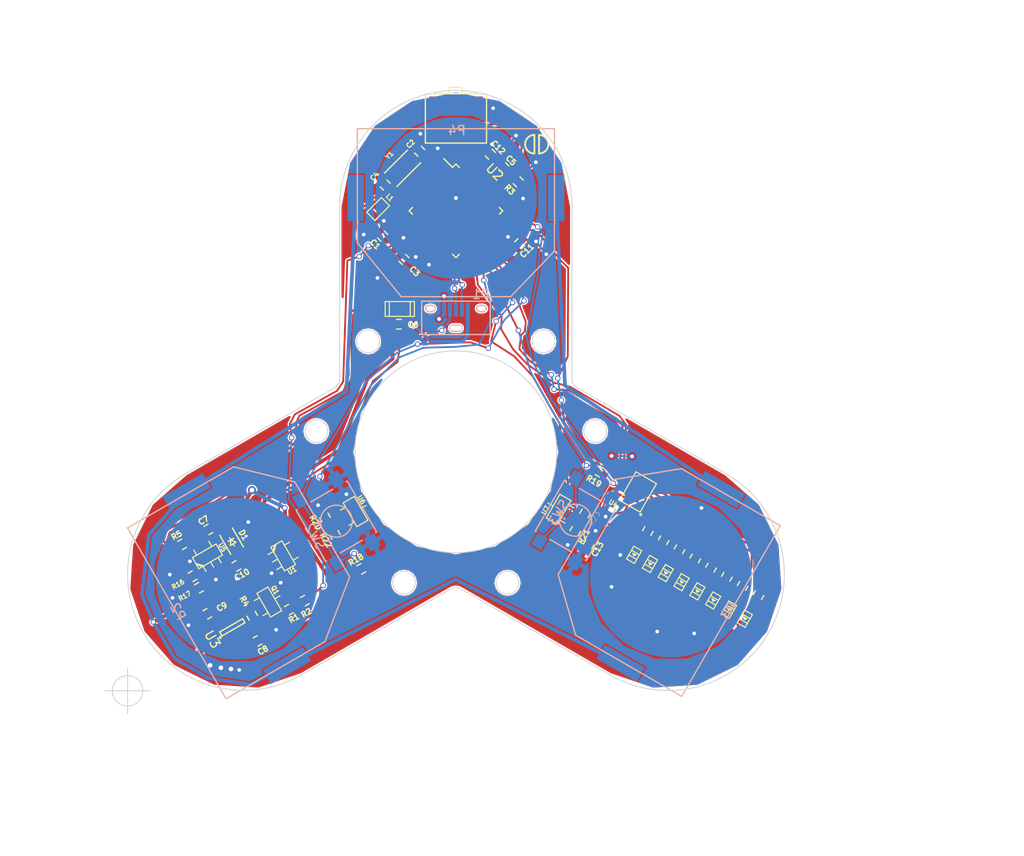
<source format=kicad_pcb>
(kicad_pcb (version 4) (host pcbnew 4.0.4-stable)
  (title_block (title "Sensory Adaptation Robot") (date 2016-03-10) (rev 0.1a) (company "Idle Hands Dev.") (comment 1 "Sean Hodgins"))
  (layers (0 F.Cu signal) (31 B.Cu signal) (34 B.Paste user) (35 F.Paste user) (36 B.SilkS user) (37 F.SilkS user) (38 B.Mask user) (39 F.Mask user) (44 Edge.Cuts user))
  (net 0 "")
  (net 1 GND)
  (net 2 "Net-(C1-Pad1)")
  (net 3 "Net-(C2-Pad1)")
  (net 4 +3V3)
  (net 5 "Net-(C4-Pad1)")
  (net 6 "Net-(C5-Pad1)")
  (net 7 VCOM)
  (net 8 VCC)
  (net 9 "Net-(D2-Pad2)")
  (net 10 "Net-(D3-Pad2)")
  (net 11 "Net-(D4-Pad2)")
  (net 12 "Net-(D5-Pad2)")
  (net 13 "Net-(D8-Pad2)")
  (net 14 "Net-(D9-Pad2)")
  (net 15 "Net-(D10-Pad2)")
  (net 16 "Net-(D11-Pad2)")
  (net 17 "Net-(F1-Pad1)")
  (net 18 USB_D-)
  (net 19 USB_D+)
  (net 20 USB_ID)
  (net 21 "Net-(P1-Pad6)")
  (net 22 VBATT)
  (net 23 "Net-(P17-Pad7)")
  (net 24 "Net-(P17-Pad9)")
  (net 25 SWCLK)
  (net 26 "Net-(P17-Pad6)")
  (net 27 "Net-(P17-Pad8)")
  (net 28 RESET)
  (net 29 SWDIO)
  (net 30 "Net-(Q1-Pad3)")
  (net 31 USB_HOST_EN)
  (net 32 "Net-(R6-Pad1)")
  (net 33 "Net-(R7-Pad1)")
  (net 34 "Net-(R8-Pad1)")
  (net 35 "Net-(R9-Pad1)")
  (net 36 "Net-(R10-Pad1)")
  (net 37 "Net-(R11-Pad1)")
  (net 38 "Net-(R12-Pad1)")
  (net 39 /RXLED)
  (net 40 /TXLED)
  (net 41 "Net-(R15-Pad1)")
  (net 42 /BUT1)
  (net 43 /BUT2)
  (net 44 "Net-(U2-Pad4)")
  (net 45 "Net-(U2-Pad7)")
  (net 46 "Net-(U2-Pad8)")
  (net 47 /ST)
  (net 48 /SLEEP)
  (net 49 "Net-(U2-Pad12)")
  (net 50 DATA)
  (net 51 "Net-(U2-Pad14)")
  (net 52 /TXO)
  (net 53 /RXI)
  (net 54 /SPI_MOSI)
  (net 55 /SPI_CLK)
  (net 56 LATCH)
  (net 57 CLR)
  (net 58 CLK)
  (net 59 "Net-(U2-Pad31)")
  (net 60 "Net-(U2-Pad32)")
  (net 61 "Net-(U2-Pad37)")
  (net 62 "Net-(U2-Pad38)")
  (net 63 "Net-(U2-Pad47)")
  (net 64 "Net-(U4-Pad9)")
  (net 65 "Net-(R5-Pad2)")
  (net 66 STAT)
  (net 67 "Net-(R16-Pad2)")
  (net 68 HALL1)
  (net 69 HALL2)
  (net 70 "Net-(U2-Pad3)")
  (net 71 "Net-(U2-Pad21)")
  (net 72 "Net-(U2-Pad22)")
  (net 73 "Net-(U2-Pad23)")
  (module idlehands_footprints:CoinCellHolder_SM_NARROW (layer B.Cu) (at 136 46 180)
    (fp_text reference P4 (at -0.1 7.4 180) (layer B.SilkS) (effects (justify mirror)))
    (fp_text value BatteryHolder)
    (pad 2 smd rect (at -10.98 0 180) (size 1.79 5.08) (layers B.Cu B.Paste B.Mask) (net 22 VBATT))
    (pad 1 smd circle (at 0 0 180) (size 17.72 17.72) (layers B.Cu B.Paste B.Mask) (net 1 GND))
    (pad 2 smd rect (at 10.98 0 180) (size 1.79 5.08) (layers B.Cu B.Paste B.Mask) (net 22 VBATT))
  )
  (module idlehands_footprints:CoinCellHolder_SM_NARROW (layer B.Cu) (at 112 87.7 300)
    (fp_text reference P2 (at -0.1 7.4 300) (layer B.SilkS) (effects (justify mirror)))
    (fp_text value BatteryHolder)
    (pad 2 smd rect (at -10.98 0 300) (size 1.79 5.08) (layers B.Cu B.Paste B.Mask) (net 22 VBATT))
    (pad 1 smd circle (at 0 0 300) (size 17.72 17.72) (layers B.Cu B.Paste B.Mask) (net 1 GND))
    (pad 2 smd rect (at 10.98 0 300) (size 1.79 5.08) (layers B.Cu B.Paste B.Mask) (net 22 VBATT))
  )
  (module idlehands_footprints:CoinCellHolder_SM_NARROW (layer B.Cu) (at 159.55 87.45 60)
    (fp_text reference P3 (at -0.1 7.4 60) (layer B.SilkS) (effects (justify mirror)))
    (fp_text value BatteryHolder)
    (pad 2 smd rect (at -10.98 0 60) (size 1.79 5.08) (layers B.Cu B.Paste B.Mask) (net 22 VBATT))
    (pad 1 smd circle (at 0 0 60) (size 17.72 17.72) (layers B.Cu B.Paste B.Mask) (net 1 GND))
    (pad 2 smd rect (at 10.98 0 60) (size 1.79 5.08) (layers B.Cu B.Paste B.Mask) (net 22 VBATT))
  )
  (module project_footprints:C_0402_Hand (layer F.Cu) (at 127.975 50.175 135)
    (fp_text reference C1 (at -0.053033 -1.219759 135) (layer F.SilkS) (effects (font (size 0.6 0.6))))
    (fp_text value 0.1uF hide)
    (pad 1 smd rect (at -0.6 0 135) (size 0.7 0.6) (layers F.Cu F.Paste F.Mask) (net 2 "Net-(C1-Pad1)"))
    (pad 2 smd rect (at 0.6 0 135) (size 0.7 0.6) (layers F.Cu F.Paste F.Mask) (net 1 GND))
  )
  (module project_footprints:C_0402_Hand (layer F.Cu) (at 132.025 40.875 135)
    (fp_text reference C2 (at 1.272792 -0.141421 225) (layer F.SilkS) (effects (font (size 0.5 0.5) (thickness 0.125))))
    (fp_text value 15pF hide)
    (pad 1 smd rect (at -0.6 0 135) (size 0.7 0.6) (layers F.Cu F.Paste F.Mask) (net 3 "Net-(C2-Pad1)"))
    (pad 2 smd rect (at 0.6 0 135) (size 0.7 0.6) (layers F.Cu F.Paste F.Mask) (net 1 GND))
  )
  (module project_footprints:C_0402_Hand (layer F.Cu) (at 130.3 52.725 315)
    (fp_text reference C3 (at 1.749048 0.088388 315) (layer F.SilkS) (effects (font (size 0.6 0.6))))
    (fp_text value 0.1uF hide)
    (pad 1 smd rect (at -0.6 0 315) (size 0.7 0.6) (layers F.Cu F.Paste F.Mask) (net 4 +3V3))
    (pad 2 smd rect (at 0.6 0 315) (size 0.7 0.6) (layers F.Cu F.Paste F.Mask) (net 1 GND))
  )
  (module project_footprints:C_0402_Hand (layer F.Cu) (at 128.25 44.575 135)
    (fp_text reference C4 (at 1.503781 -0.15792 225) (layer F.SilkS) (effects (font (size 0.5 0.5) (thickness 0.125))))
    (fp_text value 15pF hide)
    (pad 1 smd rect (at -0.6 0 135) (size 0.7 0.6) (layers F.Cu F.Paste F.Mask) (net 5 "Net-(C4-Pad1)"))
    (pad 2 smd rect (at 0.6 0 135) (size 0.7 0.6) (layers F.Cu F.Paste F.Mask) (net 1 GND))
  )
  (module project_footprints:C_0402_Hand (layer F.Cu) (at 141.25 42.675 315)
    (fp_text reference C5 (at -0.017678 -1.113693 315) (layer F.SilkS) (effects (font (size 0.6 0.6))))
    (fp_text value 0.1uF hide)
    (pad 1 smd rect (at -0.6 0 315) (size 0.7 0.6) (layers F.Cu F.Paste F.Mask) (net 6 "Net-(C5-Pad1)"))
    (pad 2 smd rect (at 0.6 0 315) (size 0.7 0.6) (layers F.Cu F.Paste F.Mask) (net 1 GND))
  )
  (module project_footprints:C_0402_Hand (layer F.Cu) (at 129.75 59.825)
    (fp_text reference C6 (at 1.55 0.05) (layer F.SilkS) (effects (font (size 0.6 0.6))))
    (fp_text value 2.2uF hide)
    (pad 1 smd rect (at -0.6 0) (size 0.7 0.6) (layers F.Cu F.Paste F.Mask) (net 7 VCOM))
    (pad 2 smd rect (at 0.6 0) (size 0.7 0.6) (layers F.Cu F.Paste F.Mask) (net 1 GND))
  )
  (module project_footprints:C_0402_Hand (layer F.Cu) (at 108.886463 82.301243 30)
    (fp_text reference C7 (at 0.025 -1.125 30) (layer F.SilkS) (effects (font (size 0.6 0.6))))
    (fp_text value 4.7uF hide)
    (pad 1 smd rect (at -0.6 0 30) (size 0.7 0.6) (layers F.Cu F.Paste F.Mask) (net 8 VCC))
    (pad 2 smd rect (at 0.6 0 30) (size 0.7 0.6) (layers F.Cu F.Paste F.Mask) (net 1 GND))
  )
  (module project_footprints:C_0402_Hand (layer F.Cu) (at 114.259075 94.522906 30)
    (fp_text reference C8 (at -0.001791 1.184952 30) (layer F.SilkS) (effects (font (size 0.6 0.6))))
    (fp_text value 1uF hide)
    (pad 1 smd rect (at -0.6 0 30) (size 0.7 0.6) (layers F.Cu F.Paste F.Mask) (net 8 VCC))
    (pad 2 smd rect (at 0.6 0 30) (size 0.7 0.6) (layers F.Cu F.Paste F.Mask) (net 1 GND))
  )
  (module project_footprints:C_0402_Hand (layer F.Cu) (at 108.760342 91.548821 210)
    (fp_text reference C9 (at -1.751095 -0.146331 210) (layer F.SilkS) (effects (font (size 0.6 0.6))))
    (fp_text value 2.2uF hide)
    (pad 1 smd rect (at -0.6 0 210) (size 0.7 0.6) (layers F.Cu F.Paste F.Mask) (net 4 +3V3))
    (pad 2 smd rect (at 0.6 0 210) (size 0.7 0.6) (layers F.Cu F.Paste F.Mask) (net 1 GND))
  )
  (module project_footprints:C_0402_Hand (layer F.Cu) (at 111.949379 86.30637 210)
    (fp_text reference C10 (at -0.042381 -1.14 210) (layer F.SilkS) (effects (font (size 0.6 0.6))))
    (fp_text value 4.7uF hide)
    (pad 1 smd rect (at -0.6 0 210) (size 0.7 0.6) (layers F.Cu F.Paste F.Mask) (net 22 VBATT))
    (pad 2 smd rect (at 0.6 0 210) (size 0.7 0.6) (layers F.Cu F.Paste F.Mask) (net 1 GND))
  )
  (module project_footprints:C_0402_Hand (layer F.Cu) (at 142.975 51 225)
    (fp_text reference C11 (at -0.017678 -1.113693 225) (layer F.SilkS) (effects (font (size 0.6 0.6))))
    (fp_text value 0.1uF hide)
    (pad 1 smd rect (at -0.6 0 225) (size 0.7 0.6) (layers F.Cu F.Paste F.Mask) (net 4 +3V3))
    (pad 2 smd rect (at 0.6 0 225) (size 0.7 0.6) (layers F.Cu F.Paste F.Mask) (net 1 GND))
  )
  (module project_footprints:C_0402_Hand (layer F.Cu) (at 139.775 41.2 135)
    (fp_text reference C12 (at -0.070711 1.131371 135) (layer F.SilkS) (effects (font (size 0.6 0.6))))
    (fp_text value 0.1uF hide)
    (pad 1 smd rect (at -0.6 0 135) (size 0.7 0.6) (layers F.Cu F.Paste F.Mask) (net 4 +3V3))
    (pad 2 smd rect (at 0.6 0 135) (size 0.7 0.6) (layers F.Cu F.Paste F.Mask) (net 1 GND))
  )
  (module idlehands_footprints:Led_0603 (layer F.Cu) (at 155.523425 85.088199 240)
    (fp_text reference D2 hide)
    (fp_text value LED hide)
    (pad 2 smd rect (at -0.7493 0 240) (size 0.79756 0.79756) (layers F.Cu F.Paste F.Mask) (net 9 "Net-(D2-Pad2)"))
    (pad 1 smd rect (at 0.7493 0 240) (size 0.79756 0.79756) (layers F.Cu F.Paste F.Mask) (net 1 GND))
  )
  (module idlehands_footprints:Led_0603 (layer F.Cu) (at 157.255476 86.0882 240)
    (fp_text reference D3 hide)
    (fp_text value LED hide)
    (pad 2 smd rect (at -0.7493 0 240) (size 0.79756 0.79756) (layers F.Cu F.Paste F.Mask) (net 10 "Net-(D3-Pad2)"))
    (pad 1 smd rect (at 0.7493 0 240) (size 0.79756 0.79756) (layers F.Cu F.Paste F.Mask) (net 1 GND))
  )
  (module idlehands_footprints:Led_0603 (layer F.Cu) (at 158.987527 87.0882 240)
    (fp_text reference D4 hide)
    (fp_text value LED hide)
    (pad 2 smd rect (at -0.7493 0 240) (size 0.79756 0.79756) (layers F.Cu F.Paste F.Mask) (net 11 "Net-(D4-Pad2)"))
    (pad 1 smd rect (at 0.7493 0 240) (size 0.79756 0.79756) (layers F.Cu F.Paste F.Mask) (net 1 GND))
  )
  (module idlehands_footprints:Led_0603 (layer F.Cu) (at 160.719577 88.088199 240)
    (fp_text reference D5 hide)
    (fp_text value LED hide)
    (pad 2 smd rect (at -0.7493 0 240) (size 0.79756 0.79756) (layers F.Cu F.Paste F.Mask) (net 12 "Net-(D5-Pad2)"))
    (pad 1 smd rect (at 0.7493 0 240) (size 0.79756 0.79756) (layers F.Cu F.Paste F.Mask) (net 1 GND))
  )
  (module idlehands_footprints:Led_0603 (layer F.Cu) (at 162.451628 89.088199 240)
    (fp_text reference D8 hide)
    (fp_text value LED hide)
    (pad 2 smd rect (at -0.7493 0 240) (size 0.79756 0.79756) (layers F.Cu F.Paste F.Mask) (net 13 "Net-(D8-Pad2)"))
    (pad 1 smd rect (at 0.7493 0 240) (size 0.79756 0.79756) (layers F.Cu F.Paste F.Mask) (net 1 GND))
  )
  (module idlehands_footprints:Led_0603 (layer F.Cu) (at 164.183679 90.088199 240)
    (fp_text reference D9 hide)
    (fp_text value LED hide)
    (pad 2 smd rect (at -0.7493 0 240) (size 0.79756 0.79756) (layers F.Cu F.Paste F.Mask) (net 14 "Net-(D9-Pad2)"))
    (pad 1 smd rect (at 0.7493 0 240) (size 0.79756 0.79756) (layers F.Cu F.Paste F.Mask) (net 1 GND))
  )
  (module idlehands_footprints:Led_0603 (layer F.Cu) (at 165.91573 91.0882 240)
    (fp_text reference D10 hide)
    (fp_text value LED hide)
    (pad 2 smd rect (at -0.7493 0 240) (size 0.79756 0.79756) (layers F.Cu F.Paste F.Mask) (net 15 "Net-(D10-Pad2)"))
    (pad 1 smd rect (at 0.7493 0 240) (size 0.79756 0.79756) (layers F.Cu F.Paste F.Mask) (net 1 GND))
  )
  (module idlehands_footprints:Led_0603 (layer F.Cu) (at 167.647781 92.0882 240)
    (fp_text reference D11 hide)
    (fp_text value LED hide)
    (pad 2 smd rect (at -0.7493 0 240) (size 0.79756 0.79756) (layers F.Cu F.Paste F.Mask) (net 16 "Net-(D11-Pad2)"))
    (pad 1 smd rect (at 0.7493 0 240) (size 0.79756 0.79756) (layers F.Cu F.Paste F.Mask) (net 1 GND))
  )
  (module project_footprints:c_1206 (layer F.Cu) (at 129.85 58.15)
    (fp_text reference F1 (at 3.4 0.05) (layer F.SilkS) (effects (font (size 0.50038 0.50038) (thickness 0.11938))))
    (fp_text value 500mA hide)
    (pad 1 smd rect (at 1.397 0) (size 1.6002 1.8034) (layers F.Cu F.Paste F.Mask) (net 17 "Net-(F1-Pad1)"))
    (pad 2 smd rect (at -1.397 0) (size 1.6002 1.8034) (layers F.Cu F.Paste F.Mask) (net 7 VCOM))
  )
  (module project_footprints:R_SM0603 (layer F.Cu) (at 127.475 47.2 45)
    (fp_text reference L1 (at 1.7875 0.0125 135) (layer F.SilkS) (effects (font (size 0.508 0.4572) (thickness 0.1143))))
    (fp_text value "FB - 30Ohm" hide)
    (pad 1 smd rect (at -0.762 0 45) (size 0.635 1.143) (layers F.Cu F.Paste F.Mask) (net 4 +3V3))
    (pad 2 smd rect (at 0.762 0 45) (size 0.635 1.143) (layers F.Cu F.Paste F.Mask) (net 2 "Net-(C1-Pad1)"))
  )
  (module project_footprints:SOT23 (layer F.Cu) (at 115.548658 90.256529 300)
    (fp_text reference Q1 (at -0.81 -1.19 300) (layer F.SilkS) (effects (font (size 0.5 0.5) (thickness 0.125))))
    (fp_text value Q_PMOS_DSG hide)
    (pad 1 smd rect (at -0.9525 1.05664 300) (size 0.59944 1.00076) (layers F.Cu F.Paste F.Mask) (net 7 VCOM))
    (pad 3 smd rect (at 0 -1.05664 300) (size 0.59944 1.00076) (layers F.Cu F.Paste F.Mask) (net 30 "Net-(Q1-Pad3)"))
    (pad 2 smd rect (at 0.9525 1.05664 300) (size 0.59944 1.00076) (layers F.Cu F.Paste F.Mask) (net 8 VCC))
  )
  (module project_footprints:R_0402_Hand (layer F.Cu) (at 117.7 91.1 30)
    (fp_text reference R1 (at 0.001314 1.097724 30) (layer F.SilkS) (effects (font (size 0.6 0.6))))
    (fp_text value 100k hide)
    (pad 1 smd rect (at -0.6 0 30) (size 0.7 0.6) (layers F.Cu F.Paste F.Mask) (net 8 VCC))
    (pad 2 smd rect (at 0.6 0 30) (size 0.7 0.6) (layers F.Cu F.Paste F.Mask) (net 20 USB_ID))
  )
  (module project_footprints:R_0402_Hand (layer F.Cu) (at 119.45 90.1 30)
    (fp_text reference R2 (at -0.5307 1.267846 30) (layer F.SilkS) (effects (font (size 0.6 0.6))))
    (fp_text value 330 hide)
    (pad 1 smd rect (at -0.6 0 30) (size 0.7 0.6) (layers F.Cu F.Paste F.Mask) (net 20 USB_ID))
    (pad 2 smd rect (at 0.6 0 30) (size 0.7 0.6) (layers F.Cu F.Paste F.Mask) (net 31 USB_HOST_EN))
  )
  (module project_footprints:R_0402_Hand (layer F.Cu) (at 142.825 44.225 135)
    (fp_text reference R3 (at 0.047857 -1.275 135) (layer F.SilkS) (effects (font (size 0.6 0.6))))
    (fp_text value 10k hide)
    (pad 1 smd rect (at -0.6 0 135) (size 0.7 0.6) (layers F.Cu F.Paste F.Mask) (net 4 +3V3))
    (pad 2 smd rect (at 0.6 0 135) (size 0.7 0.6) (layers F.Cu F.Paste F.Mask) (net 28 RESET))
  )
  (module project_footprints:R_0402_Hand (layer F.Cu) (at 113.679348 91.768788 120)
    (fp_text reference R4 (at 1.8 0.05 120) (layer F.SilkS) (effects (font (size 0.6 0.6))))
    (fp_text value 47K hide)
    (pad 1 smd rect (at -0.6 0 120) (size 0.7 0.6) (layers F.Cu F.Paste F.Mask) (net 8 VCC))
    (pad 2 smd rect (at 0.6 0 120) (size 0.7 0.6) (layers F.Cu F.Paste F.Mask) (net 30 "Net-(Q1-Pad3)"))
  )
  (module project_footprints:R_0402_Hand (layer F.Cu) (at 105.994428 83.942092 30)
    (fp_text reference R5 (at -0.025 -1.15 210) (layer F.SilkS) (effects (font (size 0.6 0.6))))
    (fp_text value 33k hide)
    (pad 1 smd rect (at -0.6 0 30) (size 0.7 0.6) (layers F.Cu F.Paste F.Mask) (net 1 GND))
    (pad 2 smd rect (at 0.6 0 30) (size 0.7 0.6) (layers F.Cu F.Paste F.Mask) (net 65 "Net-(R5-Pad2)"))
  )
  (module project_footprints:R_0402_Hand (layer F.Cu) (at 157.023425 82.490123 240)
    (fp_text reference R6 hide)
    (fp_text value 330 hide)
    (pad 1 smd rect (at -0.6 0 240) (size 0.7 0.6) (layers F.Cu F.Paste F.Mask) (net 32 "Net-(R6-Pad1)"))
    (pad 2 smd rect (at 0.6 0 240) (size 0.7 0.6) (layers F.Cu F.Paste F.Mask) (net 9 "Net-(D2-Pad2)"))
  )
  (module project_footprints:R_0402_Hand (layer F.Cu) (at 158.755476 83.490123 240)
    (fp_text reference R7 hide)
    (fp_text value 330 hide)
    (pad 1 smd rect (at -0.6 0 240) (size 0.7 0.6) (layers F.Cu F.Paste F.Mask) (net 33 "Net-(R7-Pad1)"))
    (pad 2 smd rect (at 0.6 0 240) (size 0.7 0.6) (layers F.Cu F.Paste F.Mask) (net 10 "Net-(D3-Pad2)"))
  )
  (module project_footprints:R_0402_Hand (layer F.Cu) (at 160.487526 84.490124 240)
    (fp_text reference R8 hide)
    (fp_text value 330 hide)
    (pad 1 smd rect (at -0.6 0 240) (size 0.7 0.6) (layers F.Cu F.Paste F.Mask) (net 34 "Net-(R8-Pad1)"))
    (pad 2 smd rect (at 0.6 0 240) (size 0.7 0.6) (layers F.Cu F.Paste F.Mask) (net 11 "Net-(D4-Pad2)"))
  )
  (module project_footprints:R_0402_Hand (layer F.Cu) (at 162.219577 85.490123 240)
    (fp_text reference R9 hide)
    (fp_text value 330 hide)
    (pad 1 smd rect (at -0.6 0 240) (size 0.7 0.6) (layers F.Cu F.Paste F.Mask) (net 35 "Net-(R9-Pad1)"))
    (pad 2 smd rect (at 0.6 0 240) (size 0.7 0.6) (layers F.Cu F.Paste F.Mask) (net 12 "Net-(D5-Pad2)"))
  )
  (module project_footprints:R_0402_Hand (layer F.Cu) (at 163.951628 86.490123 240)
    (fp_text reference R10 hide)
    (fp_text value 330 hide)
    (pad 1 smd rect (at -0.6 0 240) (size 0.7 0.6) (layers F.Cu F.Paste F.Mask) (net 36 "Net-(R10-Pad1)"))
    (pad 2 smd rect (at 0.6 0 240) (size 0.7 0.6) (layers F.Cu F.Paste F.Mask) (net 13 "Net-(D8-Pad2)"))
  )
  (module project_footprints:R_0402_Hand (layer F.Cu) (at 165.683679 87.490123 240)
    (fp_text reference R11 hide)
    (fp_text value 330 hide)
    (pad 1 smd rect (at -0.6 0 240) (size 0.7 0.6) (layers F.Cu F.Paste F.Mask) (net 37 "Net-(R11-Pad1)"))
    (pad 2 smd rect (at 0.6 0 240) (size 0.7 0.6) (layers F.Cu F.Paste F.Mask) (net 14 "Net-(D9-Pad2)"))
  )
  (module project_footprints:R_0402_Hand (layer F.Cu) (at 167.41573 88.490123 240)
    (fp_text reference R12 hide)
    (fp_text value 330 hide)
    (pad 1 smd rect (at -0.6 0 240) (size 0.7 0.6) (layers F.Cu F.Paste F.Mask) (net 38 "Net-(R12-Pad1)"))
    (pad 2 smd rect (at 0.6 0 240) (size 0.7 0.6) (layers F.Cu F.Paste F.Mask) (net 15 "Net-(D10-Pad2)"))
  )
  (module project_footprints:R_0402_Hand (layer F.Cu) (at 169.14778 89.490124 240)
    (fp_text reference R15 hide)
    (fp_text value 330 hide)
    (pad 1 smd rect (at -0.6 0 240) (size 0.7 0.6) (layers F.Cu F.Paste F.Mask) (net 41 "Net-(R15-Pad1)"))
    (pad 2 smd rect (at 0.6 0 240) (size 0.7 0.6) (layers F.Cu F.Paste F.Mask) (net 16 "Net-(D11-Pad2)"))
  )
  (module project_footprints:SW_SPST_PTS645 (layer B.Cu) (at 122.9 81.4 300)
    (fp_text reference SW2 (at 0.282619 2.875001 300) (layer B.SilkS) (effects (justify mirror)))
    (fp_text value SW_PUSH)
    (pad 2 smd rect (at -3.975 -2.25 300) (size 1.55 1.3) (layers B.Cu B.Paste B.Mask) (net 4 +3V3))
    (pad 1 smd rect (at -3.975 2.25 300) (size 1.55 1.3) (layers B.Cu B.Paste B.Mask) (net 42 /BUT1))
    (pad 1 smd rect (at 3.975 2.25 300) (size 1.55 1.3) (layers B.Cu B.Paste B.Mask) (net 42 /BUT1))
    (pad 2 smd rect (at 3.975 -2.25 300) (size 1.55 1.3) (layers B.Cu B.Paste B.Mask) (net 4 +3V3))
  )
  (module project_footprints:SW_SPST_PTS645 (layer B.Cu) (at 149.1 81.3 240)
    (fp_text reference SW3 (at 0.198463 2.008846 240) (layer B.SilkS) (effects (justify mirror)))
    (fp_text value SW_PUSH)
    (pad 2 smd rect (at -3.975 -2.25 240) (size 1.55 1.3) (layers B.Cu B.Paste B.Mask) (net 4 +3V3))
    (pad 1 smd rect (at -3.975 2.25 240) (size 1.55 1.3) (layers B.Cu B.Paste B.Mask) (net 43 /BUT2))
    (pad 1 smd rect (at 3.975 2.25 240) (size 1.55 1.3) (layers B.Cu B.Paste B.Mask) (net 43 /BUT2))
    (pad 2 smd rect (at 3.975 -2.25 240) (size 1.55 1.3) (layers B.Cu B.Paste B.Mask) (net 4 +3V3))
  )
  (module project_footprints:sot23-5 (layer F.Cu) (at 117.075 85.2 300)
    (fp_text reference U1 (at 1.89 -0.04 390) (layer F.SilkS) (effects (font (size 0.5 0.5) (thickness 0.125))))
    (fp_text value 74AHC1G125 hide)
    (pad 1 smd rect (at -0.9525 1.05664 300) (size 0.59944 1.00076) (layers F.Cu F.Paste F.Mask) (net 20 USB_ID))
    (pad 3 smd rect (at 0.9525 1.05664 300) (size 0.59944 1.00076) (layers F.Cu F.Paste F.Mask) (net 1 GND))
    (pad 2 smd rect (at 0 1.05664 300) (size 0.59944 1.00076) (layers F.Cu F.Paste F.Mask) (net 20 USB_ID))
    (pad 4 smd rect (at 0.9525 -1.05664 300) (size 0.59944 1.00076) (layers F.Cu F.Paste F.Mask) (net 30 "Net-(Q1-Pad3)"))
    (pad 5 smd rect (at -0.9525 -1.05664 300) (size 0.59944 1.00076) (layers F.Cu F.Paste F.Mask) (net 8 VCC))
  )
  (module project_footprints:TQFP-48_7x7mm_Pitch0.5mm (layer F.Cu) (at 136 47.4 315)
    (fp_text reference U2 (at 0 -6 315) (layer F.SilkS))
    (fp_text value SAMD21G18 hide)
    (pad 1 smd rect (at -4.35 -2.75 315) (size 1.3 0.25) (layers F.Cu F.Paste F.Mask) (net 3 "Net-(C2-Pad1)"))
    (pad 2 smd rect (at -4.35 -2.25 315) (size 1.3 0.25) (layers F.Cu F.Paste F.Mask) (net 5 "Net-(C4-Pad1)"))
    (pad 3 smd rect (at -4.35 -1.75 315) (size 1.3 0.25) (layers F.Cu F.Paste F.Mask) (net 70 "Net-(U2-Pad3)"))
    (pad 4 smd rect (at -4.35 -1.25 315) (size 1.3 0.25) (layers F.Cu F.Paste F.Mask) (net 44 "Net-(U2-Pad4)"))
    (pad 5 smd rect (at -4.35 -0.75 315) (size 1.3 0.25) (layers F.Cu F.Paste F.Mask) (net 1 GND))
    (pad 6 smd rect (at -4.35 -0.25 315) (size 1.3 0.25) (layers F.Cu F.Paste F.Mask) (net 2 "Net-(C1-Pad1)"))
    (pad 7 smd rect (at -4.35 0.25 315) (size 1.3 0.25) (layers F.Cu F.Paste F.Mask) (net 45 "Net-(U2-Pad7)"))
    (pad 8 smd rect (at -4.35 0.75 315) (size 1.3 0.25) (layers F.Cu F.Paste F.Mask) (net 46 "Net-(U2-Pad8)"))
    (pad 9 smd rect (at -4.35 1.25 315) (size 1.3 0.25) (layers F.Cu F.Paste F.Mask) (net 47 /ST))
    (pad 10 smd rect (at -4.35 1.75 315) (size 1.3 0.25) (layers F.Cu F.Paste F.Mask) (net 48 /SLEEP))
    (pad 11 smd rect (at -4.35 2.25 315) (size 1.3 0.25) (layers F.Cu F.Paste F.Mask) (net 66 STAT))
    (pad 12 smd rect (at -4.35 2.75 315) (size 1.3 0.25) (layers F.Cu F.Paste F.Mask) (net 49 "Net-(U2-Pad12)"))
    (pad 13 smd rect (at -2.75 4.35 45) (size 1.3 0.25) (layers F.Cu F.Paste F.Mask) (net 50 DATA))
    (pad 14 smd rect (at -2.25 4.35 45) (size 1.3 0.25) (layers F.Cu F.Paste F.Mask) (net 51 "Net-(U2-Pad14)"))
    (pad 15 smd rect (at -1.75 4.35 45) (size 1.3 0.25) (layers F.Cu F.Paste F.Mask) (net 52 /TXO))
    (pad 16 smd rect (at -1.25 4.35 45) (size 1.3 0.25) (layers F.Cu F.Paste F.Mask) (net 53 /RXI))
    (pad 17 smd rect (at -0.75 4.35 45) (size 1.3 0.25) (layers F.Cu F.Paste F.Mask) (net 4 +3V3))
    (pad 18 smd rect (at -0.25 4.35 45) (size 1.3 0.25) (layers F.Cu F.Paste F.Mask) (net 1 GND))
    (pad 19 smd rect (at 0.25 4.35 45) (size 1.3 0.25) (layers F.Cu F.Paste F.Mask) (net 54 /SPI_MOSI))
    (pad 20 smd rect (at 0.75 4.35 45) (size 1.3 0.25) (layers F.Cu F.Paste F.Mask) (net 55 /SPI_CLK))
    (pad 21 smd rect (at 1.25 4.35 45) (size 1.3 0.25) (layers F.Cu F.Paste F.Mask) (net 71 "Net-(U2-Pad21)"))
    (pad 22 smd rect (at 1.75 4.35 45) (size 1.3 0.25) (layers F.Cu F.Paste F.Mask) (net 72 "Net-(U2-Pad22)"))
    (pad 23 smd rect (at 2.25 4.35 45) (size 1.3 0.25) (layers F.Cu F.Paste F.Mask) (net 73 "Net-(U2-Pad23)"))
    (pad 24 smd rect (at 2.75 4.35 45) (size 1.3 0.25) (layers F.Cu F.Paste F.Mask) (net 56 LATCH))
    (pad 25 smd rect (at 4.35 2.75 315) (size 1.3 0.25) (layers F.Cu F.Paste F.Mask) (net 57 CLR))
    (pad 26 smd rect (at 4.35 2.25 315) (size 1.3 0.25) (layers F.Cu F.Paste F.Mask) (net 68 HALL1))
    (pad 27 smd rect (at 4.35 1.75 315) (size 1.3 0.25) (layers F.Cu F.Paste F.Mask) (net 43 /BUT2))
    (pad 28 smd rect (at 4.35 1.25 315) (size 1.3 0.25) (layers F.Cu F.Paste F.Mask) (net 69 HALL2))
    (pad 29 smd rect (at 4.35 0.75 315) (size 1.3 0.25) (layers F.Cu F.Paste F.Mask) (net 58 CLK))
    (pad 30 smd rect (at 4.35 0.25 315) (size 1.3 0.25) (layers F.Cu F.Paste F.Mask) (net 42 /BUT1))
    (pad 31 smd rect (at 4.35 -0.25 315) (size 1.3 0.25) (layers F.Cu F.Paste F.Mask) (net 59 "Net-(U2-Pad31)"))
    (pad 32 smd rect (at 4.35 -0.75 315) (size 1.3 0.25) (layers F.Cu F.Paste F.Mask) (net 60 "Net-(U2-Pad32)"))
    (pad 33 smd rect (at 4.35 -1.25 315) (size 1.3 0.25) (layers F.Cu F.Paste F.Mask) (net 18 USB_D-))
    (pad 34 smd rect (at 4.35 -1.75 315) (size 1.3 0.25) (layers F.Cu F.Paste F.Mask) (net 19 USB_D+))
    (pad 35 smd rect (at 4.35 -2.25 315) (size 1.3 0.25) (layers F.Cu F.Paste F.Mask) (net 1 GND))
    (pad 36 smd rect (at 4.35 -2.75 315) (size 1.3 0.25) (layers F.Cu F.Paste F.Mask) (net 4 +3V3))
    (pad 37 smd rect (at 2.75 -4.35 45) (size 1.3 0.25) (layers F.Cu F.Paste F.Mask) (net 61 "Net-(U2-Pad37)"))
    (pad 38 smd rect (at 2.25 -4.35 45) (size 1.3 0.25) (layers F.Cu F.Paste F.Mask) (net 62 "Net-(U2-Pad38)"))
    (pad 39 smd rect (at 1.75 -4.35 45) (size 1.3 0.25) (layers F.Cu F.Paste F.Mask) (net 40 /TXLED))
    (pad 40 smd rect (at 1.25 -4.35 45) (size 1.3 0.25) (layers F.Cu F.Paste F.Mask) (net 28 RESET))
    (pad 41 smd rect (at 0.75 -4.35 45) (size 1.3 0.25) (layers F.Cu F.Paste F.Mask) (net 31 USB_HOST_EN))
    (pad 42 smd rect (at 0.25 -4.35 45) (size 1.3 0.25) (layers F.Cu F.Paste F.Mask) (net 1 GND))
    (pad 43 smd rect (at -0.25 -4.35 45) (size 1.3 0.25) (layers F.Cu F.Paste F.Mask) (net 6 "Net-(C5-Pad1)"))
    (pad 44 smd rect (at -0.75 -4.35 45) (size 1.3 0.25) (layers F.Cu F.Paste F.Mask) (net 4 +3V3))
    (pad 45 smd rect (at -1.25 -4.35 45) (size 1.3 0.25) (layers F.Cu F.Paste F.Mask) (net 25 SWCLK))
    (pad 46 smd rect (at -1.75 -4.35 45) (size 1.3 0.25) (layers F.Cu F.Paste F.Mask) (net 29 SWDIO))
    (pad 47 smd rect (at -2.25 -4.35 45) (size 1.3 0.25) (layers F.Cu F.Paste F.Mask) (net 63 "Net-(U2-Pad47)"))
    (pad 48 smd rect (at -2.75 -4.35 45) (size 1.3 0.25) (layers F.Cu F.Paste F.Mask) (net 39 /RXLED))
  )
  (module TO_SOT_Packages_SMD:SOT-23-5 (layer F.Cu) (at 111.49875 93.031881 120)
    (fp_text reference U3 (at -0.05 -2.55 120) (layer F.SilkS))
    (fp_text value AP2112K-3.3V hide)
    (pad 1 smd rect (at -1.1 -0.95 120) (size 1.06 0.65) (layers F.Cu F.Paste F.Mask) (net 8 VCC))
    (pad 2 smd rect (at -1.1 0 120) (size 1.06 0.65) (layers F.Cu F.Paste F.Mask) (net 1 GND))
    (pad 3 smd rect (at -1.1 0.95 120) (size 1.06 0.65) (layers F.Cu F.Paste F.Mask) (net 8 VCC))
    (pad 4 smd rect (at 1.1 0.95 120) (size 1.06 0.65) (layers F.Cu F.Paste F.Mask))
    (pad 5 smd rect (at 1.1 -0.95 120) (size 1.06 0.65) (layers F.Cu F.Paste F.Mask) (net 4 +3V3))
  )
  (module idlehands_footprints:DHVQFN16 (layer F.Cu) (at 155.95 78.2 60)
    (fp_text reference U4 (at -2.46 -1.72 150) (layer F.SilkS) (effects (font (size 0.5 0.5) (thickness 0.125))))
    (fp_text value 74HC595 hide)
    (pad 2 smd rect (at -1.25 1.3 60) (size 0.25 0.6) (layers F.Cu F.Paste F.Mask) (net 34 "Net-(R8-Pad1)"))
    (pad 3 smd rect (at -0.75 1.3 60) (size 0.23876 0.6) (layers F.Cu F.Paste F.Mask) (net 35 "Net-(R9-Pad1)"))
    (pad 4 smd rect (at -0.25 1.3 60) (size 0.23876 0.6) (layers F.Cu F.Paste F.Mask) (net 36 "Net-(R10-Pad1)"))
    (pad 5 smd rect (at 0.25 1.3 60) (size 0.23876 0.6) (layers F.Cu F.Paste F.Mask) (net 37 "Net-(R11-Pad1)"))
    (pad 6 smd rect (at 0.75 1.3 60) (size 0.23876 0.6) (layers F.Cu F.Paste F.Mask) (net 38 "Net-(R12-Pad1)"))
    (pad 8 smd rect (at 1.8 0.25 60) (size 0.6 0.23876) (layers F.Cu F.Paste F.Mask) (net 1 GND))
    (pad 9 smd rect (at 1.8 -0.25 60) (size 0.6 0.23876) (layers F.Cu F.Paste F.Mask) (net 64 "Net-(U4-Pad9)"))
    (pad 10 smd rect (at 1.25 -1.3 60) (size 0.23876 0.6) (layers F.Cu F.Paste F.Mask) (net 57 CLR))
    (pad 11 smd rect (at 0.75 -1.3 60) (size 0.23876 0.6) (layers F.Cu F.Paste F.Mask) (net 58 CLK))
    (pad 12 smd rect (at 0.25 -1.3 60) (size 0.23876 0.6) (layers F.Cu F.Paste F.Mask) (net 56 LATCH))
    (pad 13 smd rect (at -0.25 -1.3 60) (size 0.23876 0.6) (layers F.Cu F.Paste F.Mask) (net 1 GND))
    (pad 14 smd rect (at -0.75 -1.3 60) (size 0.23876 0.6) (layers F.Cu F.Paste F.Mask) (net 50 DATA))
    (pad 16 smd rect (at -1.8 -0.25 60) (size 0.6 0.23876) (layers F.Cu F.Paste F.Mask) (net 4 +3V3))
    (pad 1 smd rect (at -1.8 0.25 60) (size 0.6 0.23876) (layers F.Cu F.Paste F.Mask) (net 33 "Net-(R7-Pad1)"))
    (pad 8 smd rect (at 0 0 60) (size 2.15 1.15) (layers F.Cu F.Paste F.Mask) (net 1 GND))
    (pad 7 smd rect (at 1.25 1.3 60) (size 0.23876 0.6) (layers F.Cu F.Paste F.Mask) (net 41 "Net-(R15-Pad1)"))
    (pad 15 smd rect (at -1.25 -1.3 60) (size 0.23876 0.6) (layers F.Cu F.Paste F.Mask) (net 32 "Net-(R6-Pad1)"))
  )
  (module idlehands_footprints:crystal_smd_3.20x1.50mm2 (layer F.Cu) (at 130.125 42.725 45)
    (fp_text reference Y1 (at 0 -2 45) (layer F.SilkS) (effects (font (size 0.5 0.5) (thickness 0.125))))
    (fp_text value Crystal_Small hide)
    (pad 1 smd rect (at -1.3 0 45) (size 1.1 1.9) (layers F.Cu F.Paste F.Mask) (net 5 "Net-(C4-Pad1)"))
    (pad 2 smd rect (at 1.3 0 45) (size 1.1 1.9) (layers F.Cu F.Paste F.Mask) (net 3 "Net-(C2-Pad1)"))
  )
  (module idlehands_footprints:USB_Micro-B_VERT (layer B.Cu) (at 136 58.1 180)
    (fp_text reference P1 (at -2.75 1.55 180) (layer B.SilkS) (effects (justify mirror)))
    (fp_text value USB_OTG)
    (pad 1 smd rect (at -1.3 -0.12492 90) (size 1.5 0.45) (layers B.Cu B.Paste B.Mask) (net 17 "Net-(F1-Pad1)"))
    (pad 2 smd rect (at -0.65 -0.12492 90) (size 1.5 0.45) (layers B.Cu B.Paste B.Mask) (net 18 USB_D-))
    (pad 3 smd rect (at 0 -0.12492 90) (size 1.5 0.45) (layers B.Cu B.Paste B.Mask) (net 19 USB_D+))
    (pad 4 smd rect (at 0.65 -0.12492 90) (size 1.5 0.45) (layers B.Cu B.Paste B.Mask) (net 20 USB_ID))
    (pad 5 smd rect (at 1.3 -0.12492 90) (size 1.5 0.45) (layers B.Cu B.Paste B.Mask) (net 1 GND))
    (pad 6 thru_hole oval (at -2.8 0 90) (size 0.8 1.15) (drill oval 0.5 0.85) (layers *.Cu *.Mask B.SilkS) (net 21 "Net-(P1-Pad6)"))
    (pad 6 thru_hole oval (at 2.8 0 90) (size 0.8 1.15) (drill oval 0.5 0.85) (layers *.Cu *.Mask B.SilkS) (net 21 "Net-(P1-Pad6)"))
    (pad 6 thru_hole oval (at 0 -2.15 90) (size 0.8 1.45) (drill oval 0.5 1.25) (layers *.Cu *.Mask B.SilkS) (net 21 "Net-(P1-Pad6)"))
  )
  (module Diodes_SMD:SOD-323 (layer F.Cu) (at 111.466302 83.669656 300)
    (fp_text reference D1 (at -0.025 -1.45 300) (layer F.SilkS) (effects (font (size 0.6 0.6))))
    (fp_text value D_Schottky hide)
    (pad 1 smd rect (at -1.055 0 300) (size 0.59 0.45) (layers F.Cu F.Paste F.Mask) (net 8 VCC))
    (pad 2 smd rect (at 1.055 0 300) (size 0.59 0.45) (layers F.Cu F.Paste F.Mask) (net 22 VBATT))
  )
  (module project_footprints:R_0402_Hand (layer F.Cu) (at 107.144909 87.434784 30)
    (fp_text reference R16 (at -1.825 -0.025 30) (layer F.SilkS) (effects (font (size 0.5 0.5) (thickness 0.125))))
    (fp_text value 10k hide)
    (pad 1 smd rect (at -0.6 0 30) (size 0.7 0.6) (layers F.Cu F.Paste F.Mask) (net 66 STAT))
    (pad 2 smd rect (at 0.6 0 30) (size 0.7 0.6) (layers F.Cu F.Paste F.Mask) (net 67 "Net-(R16-Pad2)"))
  )
  (module project_footprints:R_0402_Hand (layer F.Cu) (at 107.848259 88.70302 210)
    (fp_text reference R17 (at 1.8 0 210) (layer F.SilkS) (effects (font (size 0.5 0.5) (thickness 0.125))))
    (fp_text value 20k hide)
    (pad 1 smd rect (at -0.6 0 210) (size 0.7 0.6) (layers F.Cu F.Paste F.Mask) (net 1 GND))
    (pad 2 smd rect (at 0.6 0 210) (size 0.7 0.6) (layers F.Cu F.Paste F.Mask) (net 66 STAT))
  )
  (module project_footprints:R_0402_Hand (layer F.Cu) (at 125.625 86.625 30)
    (fp_text reference R18 (at 0 -1.15 30) (layer F.SilkS) (effects (font (size 0.6 0.6))))
    (fp_text value 10k hide)
    (pad 1 smd rect (at -0.6 0 30) (size 0.7 0.6) (layers F.Cu F.Paste F.Mask) (net 1 GND))
    (pad 2 smd rect (at 0.6 0 30) (size 0.7 0.6) (layers F.Cu F.Paste F.Mask) (net 42 /BUT1))
  )
  (module project_footprints:R_0402_Hand (layer F.Cu) (at 151.75 75.975 150)
    (fp_text reference R19 (at 0.025 -1.225 150) (layer F.SilkS) (effects (font (size 0.6 0.6))))
    (fp_text value 10k hide)
    (pad 1 smd rect (at -0.6 0 150) (size 0.7 0.6) (layers F.Cu F.Paste F.Mask) (net 1 GND))
    (pad 2 smd rect (at 0.6 0 150) (size 0.7 0.6) (layers F.Cu F.Paste F.Mask) (net 43 /BUT2))
  )
  (module project_footprints:R_0402_Hand (layer F.Cu) (at 121.648279 80.999872 120)
    (fp_text reference R20 (at 0.05 -1.15 120) (layer F.SilkS) (effects (font (size 0.6 0.6))))
    (fp_text value 10k hide)
    (pad 1 smd rect (at -0.6 0 120) (size 0.7 0.6) (layers F.Cu F.Paste F.Mask) (net 68 HALL1))
    (pad 2 smd rect (at 0.6 0 120) (size 0.7 0.6) (layers F.Cu F.Paste F.Mask) (net 4 +3V3))
  )
  (module project_footprints:R_0402_Hand (layer F.Cu) (at 149.075 82.475 240)
    (fp_text reference R21 (at 0.05 -1.1 240) (layer F.SilkS) (effects (font (size 0.6 0.6))))
    (fp_text value 10k hide)
    (pad 1 smd rect (at -0.6 0 240) (size 0.7 0.6) (layers F.Cu F.Paste F.Mask) (net 69 HALL2))
    (pad 2 smd rect (at 0.6 0 240) (size 0.7 0.6) (layers F.Cu F.Paste F.Mask) (net 4 +3V3))
  )
  (module project_footprints:R_0402_Hand (layer F.Cu) (at 122.748279 82.905128 120)
    (fp_text reference R22 (at 0 -1.15 120) (layer F.SilkS) (effects (font (size 0.6 0.6))))
    (fp_text value 10k hide)
    (pad 1 smd rect (at -0.6 0 120) (size 0.7 0.6) (layers F.Cu F.Paste F.Mask) (net 1 GND))
    (pad 2 smd rect (at 0.6 0 120) (size 0.7 0.6) (layers F.Cu F.Paste F.Mask) (net 68 HALL1))
  )
  (module project_footprints:R_0402_Hand (layer F.Cu) (at 150.15 80.575 240)
    (fp_text reference R23 (at -0.05 -1.15 240) (layer F.SilkS) (effects (font (size 0.6 0.6) (thickness 0.03175))))
    (fp_text value 10k hide)
    (pad 1 smd rect (at -0.6 0 240) (size 0.7 0.6) (layers F.Cu F.Paste F.Mask) (net 1 GND))
    (pad 2 smd rect (at 0.6 0 240) (size 0.7 0.6) (layers F.Cu F.Paste F.Mask) (net 69 HALL2))
  )
  (module idlehands_footprints:sot23-5 (layer F.Cu) (at 108.772473 85.253806 30)
    (fp_text reference U5 (at 1.89 -0.04 120) (layer F.SilkS) (effects (font (size 0.5 0.5) (thickness 0.125))))
    (fp_text value MCP73831T hide)
    (pad 1 smd rect (at -0.9525 1.05664 30) (size 0.59944 1.00076) (layers F.Cu F.Paste F.Mask) (net 67 "Net-(R16-Pad2)"))
    (pad 3 smd rect (at 0.9525 1.05664 30) (size 0.59944 1.00076) (layers F.Cu F.Paste F.Mask) (net 22 VBATT))
    (pad 2 smd rect (at 0 1.05664 30) (size 0.59944 1.00076) (layers F.Cu F.Paste F.Mask) (net 1 GND))
    (pad 4 smd rect (at 0.9525 -1.05664 30) (size 0.59944 1.00076) (layers F.Cu F.Paste F.Mask) (net 8 VCC))
    (pad 5 smd rect (at -0.9525 -1.05664 30) (size 0.59944 1.00076) (layers F.Cu F.Paste F.Mask) (net 65 "Net-(R5-Pad2)"))
  )
  (module idlehands_footprints:SOT23 (layer F.Cu) (at 125 80.35 300)
    (fp_text reference U6 (at -0.81 -1.19 300) (layer F.SilkS) (effects (font (size 0.5 0.5) (thickness 0.125))))
    (fp_text value TLE4946-2K hide)
    (pad 1 smd rect (at -0.9525 1.05664 300) (size 0.59944 1.00076) (layers F.Cu F.Paste F.Mask) (net 4 +3V3))
    (pad 3 smd rect (at 0 -1.05664 300) (size 0.59944 1.00076) (layers F.Cu F.Paste F.Mask) (net 1 GND))
    (pad 2 smd rect (at 0.9525 1.05664 300) (size 0.59944 1.00076) (layers F.Cu F.Paste F.Mask) (net 68 HALL1))
  )
  (module idlehands_footprints:SOT23 (layer F.Cu) (at 147.25 80.1 60)
    (fp_text reference U7 (at -0.81 -1.19 60) (layer F.SilkS) (effects (font (size 0.5 0.5) (thickness 0.125))))
    (fp_text value TLE4946-2K hide)
    (pad 1 smd rect (at -0.9525 1.05664 60) (size 0.59944 1.00076) (layers F.Cu F.Paste F.Mask) (net 4 +3V3))
    (pad 3 smd rect (at 0 -1.05664 60) (size 0.59944 1.00076) (layers F.Cu F.Paste F.Mask) (net 1 GND))
    (pad 2 smd rect (at 0.9525 1.05664 60) (size 0.59944 1.00076) (layers F.Cu F.Paste F.Mask) (net 69 HALL2))
  )
  (module project_footprints:C_0402_Hand (layer F.Cu) (at 150.55 83.95 240)
    (fp_text reference C13 (at -0.025 -1.1 240) (layer F.SilkS) (effects (font (size 0.6 0.6))))
    (fp_text value 1uF hide)
    (pad 1 smd rect (at -0.6 0 240) (size 0.7 0.6) (layers F.Cu F.Paste F.Mask) (net 4 +3V3))
    (pad 2 smd rect (at 0.6 0 240) (size 0.7 0.6) (layers F.Cu F.Paste F.Mask) (net 1 GND))
  )
  (module idlehands_footprints:Pin_Header_SMD_2x05_Pitch1.27mm (layer F.Cu) (at 138.55 37.275 270)
    (fp_text reference P17 hide)
    (fp_text value DBG_CONN hide)
    (pad 1 smd rect (at -1.65 0 270) (size 1.5 0.76) (layers F.Cu F.Paste F.Mask) (net 4 +3V3))
    (pad 3 smd rect (at -1.65 1.27 270) (size 1.5 0.76) (layers F.Cu F.Paste F.Mask) (net 1 GND))
    (pad 5 smd rect (at -1.65 2.54 270) (size 1.5 0.76) (layers F.Cu F.Paste F.Mask) (net 1 GND))
    (pad 7 smd rect (at -1.65 3.81 270) (size 1.5 0.76) (layers F.Cu F.Paste F.Mask) (net 23 "Net-(P17-Pad7)"))
    (pad 9 smd rect (at -1.65 5.08 270) (size 1.5 0.76) (layers F.Cu F.Paste F.Mask) (net 24 "Net-(P17-Pad9)"))
    (pad 4 smd rect (at 1.65 1.27 270) (size 1.5 0.76) (layers F.Cu F.Paste F.Mask) (net 25 SWCLK))
    (pad 6 smd rect (at 1.65 2.54 270) (size 1.5 0.76) (layers F.Cu F.Paste F.Mask) (net 26 "Net-(P17-Pad6)"))
    (pad 8 smd rect (at 1.65 3.81 270) (size 1.5 0.76) (layers F.Cu F.Paste F.Mask) (net 27 "Net-(P17-Pad8)"))
    (pad 10 smd rect (at 1.65 5.08 270) (size 1.5 0.76) (layers F.Cu F.Paste F.Mask) (net 28 RESET))
    (pad 2 smd rect (at 1.65 0 270) (size 1.5 0.76) (layers F.Cu F.Paste F.Mask) (net 29 SWDIO))
  )
  (module idlehands_footprints:SOLDER-JUMPER_1-WAY (layer F.Cu) (at 144.85 40.1)
    (fp_text reference SW4 hide)
    (fp_text value SW_PUSH hide)
    (pad 1 smd rect (at -0.65 0) (size 1 1) (layers F.Cu F.Paste F.Mask) (net 28 RESET))
    (pad 2 smd rect (at 0.65 0) (size 1 1) (layers F.Cu F.Paste F.Mask) (net 1 GND))
  )
  (target plus (at 100.026388 99.987723) (size 5) (width 0.1) (layer Edge.Cuts))
  (gr_arc (start 135.98472 89.643443) (end 136.48472 88.777418) (angle -60.000001) (layer Edge.Cuts) (width 0.1))
  (gr_line (start 119.094438 98.240352) (end 135.48472 88.777415) (layer Edge.Cuts) (width 0.1))
  (gr_line (start 136.48472 88.777415) (end 152.875009 98.240352) (layer Edge.Cuts) (width 0.1))
  (gr_arc (start 122.259722 65.871043) (end 122.759722 66.737068) (angle -60.000002) (layer Edge.Cuts) (width 0.1))
  (gr_line (start 123.259722 46.945178) (end 123.259722 65.871043) (layer Edge.Cuts) (width 0.1))
  (gr_line (start 122.759722 66.737071) (end 106.36944 76.2) (layer Edge.Cuts) (width 0.1))
  (gr_arc (start 149.709726 65.871043) (end 148.709726 65.871043) (angle -60.000002) (layer Edge.Cuts) (width 0.1))
  (gr_line (start 148.709718 65.871043) (end 148.709718 46.945178) (layer Edge.Cuts) (width 0.1))
  (gr_arc (start 159.237497 87.220176) (end 152.874996 98.240349) (angle -180.000005) (layer Edge.Cuts) (width 0.1))
  (gr_arc (start 112.731935 87.220176) (end 106.369434 76.200003) (angle -179.999995) (layer Edge.Cuts) (width 0.1))
  (gr_arc (start 135.98472 46.945178) (end 148.70972 46.945178) (angle -180.000005) (layer Edge.Cuts) (width 0.1))
  (gr_circle (center 135.98472 73.795177) (end 147.03472 73.795177) (layer Edge.Cuts) (width 0.1))
  (gr_circle (center 145.582948 61.700358) (end 146.832948 61.700358) (layer Edge.Cuts) (width 0.1))
  (gr_circle (center 126.386492 61.700358) (end 127.636492 61.700358) (layer Edge.Cuts) (width 0.1))
  (gr_circle (center 130.309412 88.154895) (end 131.559412 88.154895) (layer Edge.Cuts) (width 0.1))
  (gr_circle (center 120.711183 71.530276) (end 121.961183 71.530276) (layer Edge.Cuts) (width 0.1))
  (gr_circle (center 151.258249 71.530276) (end 152.508249 71.530276) (layer Edge.Cuts) (width 0.1))
  (gr_circle (center 141.660028 88.154895) (end 142.910028 88.154895) (layer Edge.Cuts) (width 0.1))
  (gr_line (start 165.6 76.2) (end 149.209718 66.737071) (layer Edge.Cuts) (width 0.1))
  (via (at 162.9 79.95) (size 0.6) (drill 0.4) (layers F.Cu B.Cu) (net 1))
  (via (at 162.1 93.7) (size 0.6) (drill 0.4) (layers F.Cu B.Cu) (net 1))
  (via (at 158.05 93.5) (size 0.6) (drill 0.4) (layers F.Cu B.Cu) (net 1))
  (via (at 153.05 88.6) (size 0.6) (drill 0.4) (layers F.Cu B.Cu) (net 1))
  (via (at 116.3 93.3) (size 0.6) (drill 0.4) (layers F.Cu B.Cu) (net 1))
  (via (at 106.7 92.8) (size 0.6) (drill 0.4) (layers F.Cu B.Cu) (net 1))
  (via (at 116.8 88.15) (size 0.6) (drill 0.4) (layers F.Cu B.Cu) (net 1))
  (via (at 113.25 81.5) (size 0.6) (drill 0.4) (layers F.Cu B.Cu) (net 1))
  (via (at 106.85 85.8) (size 0.6) (drill 0.4) (layers F.Cu B.Cu) (net 1))
  (via (at 104.95 89.8) (size 0.6) (drill 0.4) (layers F.Cu B.Cu) (net 1))
  (via (at 104.65 87.25) (size 0.6) (drill 0.4) (layers F.Cu B.Cu) (net 1))
  (via (at 130.25 50.35) (size 0.6) (drill 0.4) (layers F.Cu B.Cu) (net 1))
  (via (at 133.05 53.3) (size 0.6) (drill 0.4) (layers F.Cu B.Cu) (net 1))
  (via (at 134 40.55) (size 0.6) (drill 0.4) (layers F.Cu B.Cu) (net 1))
  (via (at 132.1 38.95) (size 0.6) (drill 0.4) (layers F.Cu B.Cu) (net 1))
  (via (at 143.35 46.05) (size 0.6) (drill 0.4) (layers F.Cu B.Cu) (net 1))
  (segment (start 141.674264 43.099264) (end 142.5 42.15) (width 0.2) (layer F.Cu) (net 1))
  (segment (start 153.45 74.25) (end 153.05 74.25) (width 0.2) (layer B.Cu) (net 1))
  (via (at 153.05 74.25) (size 0.6) (drill 0.4) (layers F.Cu B.Cu) (net 1))
  (segment (start 155.3 74.3) (end 153.45 74.25) (width 0.2) (layer B.Cu) (net 1))
  (via (at 155.3 74.3) (size 0.6) (drill 0.4) (layers F.Cu B.Cu) (net 1))
  (segment (start 156.2 74.5) (end 155.3 74.3) (width 0.2) (layer F.Cu) (net 1))
  (segment (start 157.7 75.65) (end 156.2 74.5) (width 0.2) (layer F.Cu) (net 1))
  (segment (start 157.066506 76.766154) (end 157.7 75.65) (width 0.2) (layer F.Cu) (net 1))
  (segment (start 142.550736 51.424264) (end 141.7 50.25) (width 0.2) (layer F.Cu) (net 1))
  (via (at 141.7 50.25) (size 0.6) (drill 0.4) (layers F.Cu B.Cu) (net 1))
  (segment (start 141.5 49.75) (end 141.7 50.25) (width 0.2) (layer F.Cu) (net 1))
  (segment (start 140.666905 48.884924) (end 141.5 49.75) (width 0.2) (layer F.Cu) (net 1))
  (via (at 131.6 52.45) (size 0.6) (drill 0.4) (layers F.Cu B.Cu) (net 1))
  (segment (start 130.724264 53.149264) (end 131.6 52.45) (width 0.2) (layer F.Cu) (net 1))
  (via (at 128.1 48.5) (size 0.6) (drill 0.4) (layers F.Cu B.Cu) (net 1))
  (segment (start 127.550736 49.750736) (end 128.1 48.5) (width 0.2) (layer F.Cu) (net 1))
  (via (at 154 85.1) (size 0.6) (drill 0.4) (layers F.Cu B.Cu) (net 1))
  (segment (start 155.148775 85.737112) (end 154 85.1) (width 0.2) (layer F.Cu) (net 1))
  (segment (start 156.880826 86.737113) (end 155.148775 85.737112) (width 0.2) (layer F.Cu) (net 1))
  (segment (start 158.612877 87.737113) (end 156.880826 86.737113) (width 0.2) (layer F.Cu) (net 1))
  (segment (start 160.344927 88.737112) (end 158.612877 87.737113) (width 0.2) (layer F.Cu) (net 1))
  (segment (start 162.076978 89.737112) (end 160.344927 88.737112) (width 0.2) (layer F.Cu) (net 1))
  (segment (start 163.809029 90.737112) (end 162.076978 89.737112) (width 0.2) (layer F.Cu) (net 1))
  (segment (start 165.54108 91.737113) (end 163.809029 90.737112) (width 0.2) (layer F.Cu) (net 1))
  (segment (start 167.273131 92.737113) (end 165.54108 91.737113) (width 0.2) (layer F.Cu) (net 1))
  (via (at 139.95 40.1) (size 0.6) (drill 0.4) (layers F.Cu B.Cu) (net 1))
  (segment (start 139.350736 40.775736) (end 139.95 40.1) (width 0.2) (layer F.Cu) (net 1))
  (segment (start 140.2 43.6) (end 141.674264 43.099264) (width 0.2) (layer F.Cu) (net 1))
  (segment (start 139.252691 44.500862) (end 140.2 43.6) (width 0.2) (layer F.Cu) (net 1))
  (segment (start 138.5 45.25) (end 136 46) (width 0.2) (layer F.Cu) (net 1))
  (via (at 136 46) (size 0.6) (drill 0.4) (layers F.Cu B.Cu) (net 1))
  (segment (start 139.252691 44.500862) (end 138.5 45.25) (width 0.2) (layer F.Cu) (net 1))
  (segment (start 157.066506 76.766154) (end 155.95 78.2) (width 0.2) (layer F.Cu) (net 1))
  (segment (start 155.3 78.1) (end 155.95 78.2) (width 0.2) (layer F.Cu) (net 1))
  (segment (start 154.699167 77.766506) (end 155.3 78.1) (width 0.2) (layer F.Cu) (net 1))
  (segment (start 109.300793 86.168883) (end 109.7 87.8) (width 0.2) (layer F.Cu) (net 1))
  (via (at 109.7 87.8) (size 0.6) (drill 0.4) (layers F.Cu B.Cu) (net 1))
  (segment (start 109.05 88.05) (end 109.7 87.8) (width 0.2) (layer F.Cu) (net 1))
  (segment (start 108.367874 88.40302) (end 109.05 88.05) (width 0.2) (layer F.Cu) (net 1))
  (segment (start 111.429764 86.60637) (end 112 87.7) (width 0.2) (layer F.Cu) (net 1))
  (via (at 112 87.7) (size 0.6) (drill 0.4) (layers F.Cu B.Cu) (net 1))
  (via (at 115.8 87.1) (size 0.6) (drill 0.4) (layers F.Cu B.Cu) (net 1))
  (segment (start 116.636173 86.553209) (end 115.8 87.1) (width 0.2) (layer F.Cu) (net 1))
  (segment (start 134.7 58.22492) (end 134.7 58.7) (width 0.2) (layer B.Cu) (net 1))
  (segment (start 134.7 58.7) (end 134.15 59.25) (width 0.2) (layer B.Cu) (net 1))
  (via (at 134.15 59.25) (size 0.6) (drill 0.4) (layers F.Cu B.Cu) (net 1))
  (segment (start 134.7 58.22492) (end 134.7 56.75) (width 0.2) (layer B.Cu) (net 1))
  (via (at 134.7 56.75) (size 0.6) (drill 0.4) (layers F.Cu B.Cu) (net 1))
  (segment (start 133.454416 43.793755) (end 135.660661 46) (width 0.2) (layer F.Cu) (net 1))
  (segment (start 135.660661 46) (end 136 46) (width 0.2) (layer F.Cu) (net 1))
  (via (at 136 46) (size 0.6) (drill 0.4) (layers F.Cu B.Cu) (net 1))
  (segment (start 129 48.95) (end 128.399264 50.599264) (width 0.2) (layer F.Cu) (net 2))
  (segment (start 128.95 47.95) (end 129 48.95) (width 0.2) (layer F.Cu) (net 2))
  (segment (start 128.488636 47.136006) (end 128.95 47.95) (width 0.2) (layer F.Cu) (net 2))
  (segment (start 131.1 47.1) (end 128.013815 46.661185) (width 0.2) (layer F.Cu) (net 2))
  (segment (start 131.5 47.05) (end 131.1 47.1) (width 0.2) (layer F.Cu) (net 2))
  (segment (start 133.631191 45.593809) (end 131.5 47.05) (width 0.2) (layer F.Cu) (net 2))
  (segment (start 128.488636 47.136006) (end 128.013815 46.661185) (width 0.2) (layer F.Cu) (net 2))
  (segment (start 133.100862 44.147309) (end 133.631191 44.677638) (width 0.2) (layer F.Cu) (net 2))
  (segment (start 133.631191 44.677638) (end 133.631191 45.593809) (width 0.2) (layer F.Cu) (net 2))
  (segment (start 131.044239 41.805761) (end 131.942767 41.805761) (width 0.2) (layer F.Cu) (net 3))
  (segment (start 131.942767 41.805761) (end 132.449264 41.299264) (width 0.2) (layer F.Cu) (net 3))
  (segment (start 134.868629 42.379542) (end 134.868629 42.102765) (width 0.2) (layer F.Cu) (net 3))
  (segment (start 134.868629 42.102765) (end 134.065128 41.299264) (width 0.2) (layer F.Cu) (net 3))
  (segment (start 134.065128 41.299264) (end 132.973528 41.299264) (width 0.2) (layer F.Cu) (net 3))
  (segment (start 132.973528 41.299264) (end 132.449264 41.299264) (width 0.2) (layer F.Cu) (net 3))
  (segment (start 150.85 83.430385) (end 151.3 82.45) (width 0.2) (layer F.Cu) (net 4))
  (via (at 151.3 82.45) (size 0.6) (drill 0.4) (layers F.Cu B.Cu) (net 4))
  (via (at 152.4 80.9) (size 0.6) (drill 0.4) (layers F.Cu B.Cu) (net 4))
  (segment (start 154.45 80.35) (end 152.4 80.9) (width 0.2) (layer F.Cu) (net 4))
  (segment (start 154.833494 79.633846) (end 154.45 80.35) (width 0.2) (layer F.Cu) (net 4))
  (via (at 145.9 52.15) (size 0.6) (drill 0.4) (layers F.Cu B.Cu) (net 4))
  (segment (start 144.775 50.75) (end 145.9 52.15) (width 0.2) (layer F.Cu) (net 4))
  (segment (start 148.775 82.994615) (end 148.25 84) (width 0.2) (layer F.Cu) (net 4))
  (via (at 148.25 84) (size 0.6) (drill 0.4) (layers F.Cu B.Cu) (net 4))
  (segment (start 147.688827 81.453209) (end 148.775 82.994615) (width 0.2) (layer F.Cu) (net 4))
  (segment (start 108.2 96.75) (end 109.0625 97.2) (width 0.6) (layer F.Cu) (net 4))
  (segment (start 110.25 97.458621) (end 109.0625 97.2) (width 0.6) (layer F.Cu) (net 4))
  (via (at 109.0625 97.2) (size 0.89) (drill 0.5) (layers F.Cu B.Cu) (net 4))
  (segment (start 111.35 97.59138) (end 110.25 97.458621) (width 0.6) (layer F.Cu) (net 4))
  (via (at 110.25 97.458621) (size 0.89) (drill 0.5) (layers F.Cu B.Cu) (net 4))
  (segment (start 112.25 97.7) (end 111.35 97.59138) (width 0.6) (layer F.Cu) (net 4))
  (via (at 111.35 97.59138) (size 0.89) (drill 0.5) (layers F.Cu B.Cu) (net 4))
  (via (at 112.25 97.7) (size 0.6) (drill 0.4) (layers F.Cu B.Cu) (net 4))
  (segment (start 107.9 95.35) (end 108.2 96.75) (width 0.6) (layer F.Cu) (net 4))
  (segment (start 110.126026 92.554253) (end 107.9 95.35) (width 0.6) (layer F.Cu) (net 4))
  (segment (start 123.608673 80.053431) (end 124 78.45) (width 0.2) (layer F.Cu) (net 4))
  (via (at 124 78.45) (size 0.6) (drill 0.4) (layers F.Cu B.Cu) (net 4))
  (segment (start 121.348279 80.480257) (end 120.9 79.65) (width 0.2) (layer F.Cu) (net 4))
  (via (at 120.9 79.65) (size 0.6) (drill 0.4) (layers F.Cu B.Cu) (net 4))
  (segment (start 109.279957 91.248821) (end 110.126026 92.554253) (width 0.4) (layer F.Cu) (net 4))
  (segment (start 143.249264 44.649264) (end 143.249264 43.575736) (width 0.2) (layer F.Cu) (net 4))
  (segment (start 143.249264 43.575736) (end 144.75 42.075) (width 0.2) (layer F.Cu) (net 4))
  (via (at 144.75 42.075) (size 0.6) (drill 0.4) (layers F.Cu B.Cu) (net 4))
  (segment (start 143.399264 50.575736) (end 144.600736 50.575736) (width 0.2) (layer F.Cu) (net 4))
  (segment (start 144.600736 50.575736) (end 144.775 50.75) (width 0.2) (layer F.Cu) (net 4))
  (via (at 144.775 50.75) (size 0.6) (drill 0.4) (layers F.Cu B.Cu) (net 4))
  (segment (start 142.573528 49.75) (end 142.239087 49.75) (width 0.2) (layer F.Cu) (net 4))
  (segment (start 142.239087 49.75) (end 141.020458 48.531371) (width 0.2) (layer F.Cu) (net 4))
  (segment (start 143.399264 50.575736) (end 142.573528 49.75) (width 0.2) (layer F.Cu) (net 4))
  (segment (start 140.199264 41.624264) (end 142.575 39.248528) (width 0.2) (layer F.Cu) (net 4))
  (segment (start 142.575 39.248528) (end 142.575 39.15) (width 0.2) (layer F.Cu) (net 4))
  (via (at 142.575 39.15) (size 0.6) (drill 0.4) (layers F.Cu B.Cu) (net 4))
  (segment (start 140.199264 41.624264) (end 139.916422 41.907106) (width 0.2) (layer F.Cu) (net 4))
  (segment (start 139.916422 41.907106) (end 139.916422 42.422917) (width 0.2) (layer F.Cu) (net 4))
  (segment (start 139.916422 42.422917) (end 139.075913 43.263426) (width 0.2) (layer F.Cu) (net 4))
  (segment (start 139.075913 43.263426) (end 138.545584 43.793755) (width 0.2) (layer F.Cu) (net 4))
  (segment (start 138.55 35.625) (end 139.55 35.625) (width 0.2) (layer F.Cu) (net 4))
  (segment (start 139.55 35.625) (end 140.075 36.15) (width 0.2) (layer F.Cu) (net 4))
  (via (at 140.075 36.15) (size 0.6) (drill 0.4) (layers F.Cu B.Cu) (net 4))
  (segment (start 126.936185 47.738815) (end 126.936185 48.963815) (width 0.2) (layer F.Cu) (net 4))
  (segment (start 126.936185 48.963815) (end 125.9 50) (width 0.2) (layer F.Cu) (net 4))
  (via (at 125.9 50) (size 0.6) (drill 0.4) (layers F.Cu B.Cu) (net 4))
  (segment (start 129.875736 52.300736) (end 127.426472 54.75) (width 0.2) (layer F.Cu) (net 4))
  (segment (start 127.426472 54.75) (end 127.4 54.75) (width 0.2) (layer F.Cu) (net 4))
  (via (at 127.4 54.75) (size 0.6) (drill 0.4) (layers F.Cu B.Cu) (net 4))
  (segment (start 132.393755 49.945584) (end 130.038603 52.300736) (width 0.2) (layer F.Cu) (net 4))
  (segment (start 130.038603 52.300736) (end 129.875736 52.300736) (width 0.2) (layer F.Cu) (net 4))
  (segment (start 128.674264 44.999264) (end 128.674264 44.175736) (width 0.2) (layer F.Cu) (net 5))
  (segment (start 128.674264 44.175736) (end 129.205761 43.644239) (width 0.2) (layer F.Cu) (net 5))
  (segment (start 133.047234 42.202766) (end 131.605761 43.644239) (width 0.2) (layer F.Cu) (net 5))
  (segment (start 131.605761 43.644239) (end 129.205761 43.644239) (width 0.2) (layer F.Cu) (net 5))
  (segment (start 134.515076 42.733095) (end 133.984747 42.202766) (width 0.2) (layer F.Cu) (net 5))
  (segment (start 133.984747 42.202766) (end 133.047234 42.202766) (width 0.2) (layer F.Cu) (net 5))
  (segment (start 138.899138 44.147309) (end 140.795711 42.250736) (width 0.2) (layer F.Cu) (net 6))
  (segment (start 140.795711 42.250736) (end 140.825736 42.250736) (width 0.2) (layer F.Cu) (net 6))
  (segment (start 129.05 63.6) (end 129.15 59.825) (width 0.4) (layer F.Cu) (net 7))
  (segment (start 126.35 65.7) (end 129.05 63.6) (width 0.4) (layer F.Cu) (net 7))
  (segment (start 123.2 73.65) (end 126.35 65.7) (width 0.4) (layer F.Cu) (net 7))
  (segment (start 118.75 76.45) (end 123.2 73.65) (width 0.4) (layer F.Cu) (net 7))
  (segment (start 115 79.2) (end 118.75 76.45) (width 0.4) (layer F.Cu) (net 7))
  (segment (start 114.157331 89.95996) (end 115 79.2) (width 0.4) (layer F.Cu) (net 7))
  (segment (start 128.453 58.15) (end 128.453 59.128) (width 0.4) (layer F.Cu) (net 7))
  (segment (start 128.453 59.128) (end 129.15 59.825) (width 0.4) (layer F.Cu) (net 7))
  (segment (start 114.45 78.55) (end 113.65 78) (width 0.4) (layer B.Cu) (net 8))
  (segment (start 117.25 79.95) (end 114.45 78.55) (width 0.4) (layer B.Cu) (net 8))
  (segment (start 117.513827 83.846791) (end 117.25 79.95) (width 0.4) (layer F.Cu) (net 8))
  (via (at 117.25 79.95) (size 0.6) (drill 0.4) (layers F.Cu B.Cu) (net 8))
  (segment (start 122.35 88.1) (end 121.55 90.6) (width 0.4) (layer F.Cu) (net 8))
  (segment (start 119.55 83.65) (end 122.35 88.1) (width 0.4) (layer F.Cu) (net 8))
  (segment (start 110.938802 82.755999) (end 113.65 78) (width 0.4) (layer F.Cu) (net 8))
  (via (at 113.65 78) (size 0.89) (drill 0.5) (layers F.Cu B.Cu) (net 8))
  (segment (start 119.55 83.65) (end 117.513827 83.846791) (width 0.4) (layer F.Cu) (net 8))
  (segment (start 119.15 92.25) (end 121.55 90.6) (width 0.4) (layer F.Cu) (net 8))
  (segment (start 118.15 92.1) (end 119.15 92.25) (width 0.4) (layer F.Cu) (net 8))
  (segment (start 117.180385 91.4) (end 118.15 92.1) (width 0.4) (layer F.Cu) (net 8))
  (segment (start 115.109831 91.609738) (end 117.180385 91.4) (width 0.4) (layer F.Cu) (net 8))
  (segment (start 113.979348 92.288403) (end 115.109831 91.609738) (width 0.4) (layer F.Cu) (net 8))
  (segment (start 112.871474 93.509509) (end 113.979348 92.288403) (width 0.4) (layer F.Cu) (net 8))
  (segment (start 113.1 95.9) (end 113.73946 94.822906) (width 0.4) (layer F.Cu) (net 8))
  (segment (start 112.4 95.9) (end 113.1 95.9) (width 0.4) (layer F.Cu) (net 8))
  (segment (start 111.7 95.45) (end 112.4 95.9) (width 0.4) (layer F.Cu) (net 8))
  (segment (start 111.226026 94.459509) (end 111.7 95.45) (width 0.4) (layer F.Cu) (net 8))
  (segment (start 113.73946 94.822906) (end 112.871474 93.509509) (width 0.4) (layer F.Cu) (net 8))
  (segment (start 110.938802 82.755999) (end 109.069042 83.862479) (width 0.4) (layer F.Cu) (net 8))
  (segment (start 108.366848 82.601243) (end 109.069042 83.862479) (width 0.4) (layer F.Cu) (net 8))
  (segment (start 156.723425 83.009738) (end 155.898075 84.439286) (width 0.2) (layer F.Cu) (net 9))
  (segment (start 158.455476 84.009738) (end 157.630126 85.439287) (width 0.2) (layer F.Cu) (net 10))
  (segment (start 160.187526 85.009739) (end 159.362177 86.439287) (width 0.2) (layer F.Cu) (net 11))
  (segment (start 161.919577 86.009738) (end 161.094227 87.439286) (width 0.2) (layer F.Cu) (net 12))
  (segment (start 163.651628 87.009738) (end 162.826278 88.439286) (width 0.2) (layer F.Cu) (net 13))
  (segment (start 165.383679 88.009738) (end 164.558329 89.439286) (width 0.2) (layer F.Cu) (net 14))
  (segment (start 167.11573 89.009738) (end 166.29038 90.439287) (width 0.2) (layer F.Cu) (net 15))
  (segment (start 168.84778 90.009739) (end 168.022431 91.439287) (width 0.2) (layer F.Cu) (net 16))
  (segment (start 131.4 59.875) (end 131.4 58.303) (width 0.4) (layer F.Cu) (net 17))
  (segment (start 131.4 58.303) (end 131.247 58.15) (width 0.4) (layer F.Cu) (net 17))
  (segment (start 136.675 61.725) (end 133.25 61.725) (width 0.4) (layer B.Cu) (net 17))
  (segment (start 133.25 61.725) (end 131.4 59.875) (width 0.4) (layer B.Cu) (net 17))
  (via (at 131.4 59.875) (size 0.6) (drill 0.4) (layers F.Cu B.Cu) (net 17))
  (segment (start 137.275 61.125) (end 136.675 61.725) (width 0.4) (layer B.Cu) (net 17))
  (segment (start 137.275 60.360674) (end 137.275 61.125) (width 0.4) (layer B.Cu) (net 17))
  (segment (start 137.3 58.22492) (end 137.3 60.335674) (width 0.4) (layer B.Cu) (net 17))
  (segment (start 137.3 60.335674) (end 137.275 60.360674) (width 0.4) (layer B.Cu) (net 17))
  (segment (start 136.333353 51.566647) (end 138.838298 49.061702) (width 0.2) (layer F.Cu) (net 18))
  (segment (start 138.838298 49.061702) (end 139.429469 49.061702) (width 0.2) (layer F.Cu) (net 18))
  (segment (start 139.429469 49.061702) (end 139.959798 49.592031) (width 0.2) (layer F.Cu) (net 18))
  (segment (start 136.7 55.5) (end 136.333353 55.133353) (width 0.2) (layer F.Cu) (net 18))
  (segment (start 136.333353 55.133353) (end 136.333353 51.566647) (width 0.2) (layer F.Cu) (net 18))
  (segment (start 136.65 58.22492) (end 136.65 55.55) (width 0.2) (layer B.Cu) (net 18))
  (segment (start 136.65 55.55) (end 136.7 55.5) (width 0.2) (layer B.Cu) (net 18))
  (via (at 136.7 55.5) (size 0.6) (drill 0.4) (layers F.Cu B.Cu) (net 18))
  (segment (start 135.85 55.9) (end 135.85 51.555012) (width 0.2) (layer F.Cu) (net 19))
  (segment (start 135.85 51.555012) (end 138.696863 48.708149) (width 0.2) (layer F.Cu) (net 19))
  (segment (start 138.696863 48.708149) (end 139.783022 48.708149) (width 0.2) (layer F.Cu) (net 19))
  (segment (start 139.783022 48.708149) (end 140.313351 49.238478) (width 0.2) (layer F.Cu) (net 19))
  (segment (start 136 58.22492) (end 136 56.05) (width 0.2) (layer B.Cu) (net 19))
  (segment (start 136 56.05) (end 135.85 55.9) (width 0.2) (layer B.Cu) (net 19))
  (via (at 135.85 55.9) (size 0.6) (drill 0.4) (layers F.Cu B.Cu) (net 19))
  (segment (start 129.95 61.65) (end 134.45 60.5) (width 0.2) (layer F.Cu) (net 20))
  (segment (start 129.6 63.95) (end 129.95 61.65) (width 0.2) (layer F.Cu) (net 20))
  (segment (start 126.9 66.05) (end 129.6 63.95) (width 0.2) (layer F.Cu) (net 20))
  (segment (start 126.6 66.75) (end 126.9 66.05) (width 0.2) (layer F.Cu) (net 20))
  (segment (start 118.95 84.45) (end 116.159923 85.72832) (width 0.4) (layer F.Cu) (net 20))
  (segment (start 119.65 85.55) (end 118.95 84.45) (width 0.4) (layer F.Cu) (net 20))
  (segment (start 118.930385 90.4) (end 119.65 85.55) (width 0.4) (layer F.Cu) (net 20))
  (segment (start 118.2 90.85) (end 118.925016 90.444566) (width 0.4) (layer F.Cu) (net 20))
  (segment (start 135.3 59.45) (end 134.45 60.5) (width 0.2) (layer B.Cu) (net 20))
  (segment (start 135.35 58.22492) (end 135.3 59.45) (width 0.2) (layer B.Cu) (net 20))
  (via (at 134.45 60.5) (size 0.6) (drill 0.4) (layers F.Cu B.Cu) (net 20))
  (segment (start 123.7 74.05) (end 126.6 66.75) (width 0.2) (layer F.Cu) (net 20))
  (segment (start 116.95 78.35) (end 123.7 74.05) (width 0.2) (layer F.Cu) (net 20))
  (segment (start 115.683673 84.903431) (end 116.95 78.35) (width 0.2) (layer F.Cu) (net 20))
  (segment (start 116.159923 85.72832) (end 116.159923 85.379681) (width 0.2) (layer F.Cu) (net 20))
  (segment (start 116.159923 85.379681) (end 115.683673 84.903431) (width 0.2) (layer F.Cu) (net 20))
  (segment (start 105.2 96.45) (end 102.85 92.45) (width 0.4) (layer B.Cu) (net 22))
  (segment (start 108.85 98.6) (end 105.2 96.45) (width 0.4) (layer B.Cu) (net 22))
  (segment (start 113.5 99.3) (end 108.85 98.6) (width 0.4) (layer B.Cu) (net 22))
  (segment (start 117.49 97.208959) (end 113.5 99.3) (width 0.4) (layer B.Cu) (net 22))
  (segment (start 112.468994 86.00637) (end 111.993802 84.583313) (width 0.4) (layer F.Cu) (net 22))
  (segment (start 110.125682 85.692633) (end 111.993802 84.583313) (width 0.4) (layer F.Cu) (net 22))
  (segment (start 111 88.1) (end 110.125682 85.692633) (width 0.4) (layer F.Cu) (net 22))
  (segment (start 102.85 92.45) (end 111 88.1) (width 0.4) (layer F.Cu) (net 22))
  (via (at 102.85 92.45) (size 0.6) (drill 0.4) (layers F.Cu B.Cu) (net 22))
  (segment (start 101.6 89.45) (end 102.85 92.45) (width 0.4) (layer B.Cu) (net 22))
  (segment (start 102.35 82.9) (end 101.6 89.45) (width 0.4) (layer B.Cu) (net 22))
  (segment (start 106.51 78.191041) (end 102.35 82.9) (width 0.4) (layer B.Cu) (net 22))
  (segment (start 135.95 87.8) (end 154.06 96.958959) (width 0.4) (layer B.Cu) (net 22))
  (segment (start 117.49 97.208959) (end 135.95 87.8) (width 0.4) (layer B.Cu) (net 22))
  (segment (start 147.95 66.55) (end 165.04 77.941041) (width 0.4) (layer B.Cu) (net 22))
  (segment (start 146.98 46) (end 147.95 66.55) (width 0.4) (layer B.Cu) (net 22))
  (segment (start 124 67.2) (end 125.02 46) (width 0.4) (layer B.Cu) (net 22))
  (segment (start 106.51 78.191041) (end 124 67.2) (width 0.4) (layer B.Cu) (net 22))
  (segment (start 136.2 43.730012) (end 136.440519 43.970531) (width 0.2) (layer F.Cu) (net 25))
  (segment (start 136.440519 43.970531) (end 137.661702 43.970531) (width 0.2) (layer F.Cu) (net 25))
  (segment (start 137.661702 43.970531) (end 138.192031 43.440202) (width 0.2) (layer F.Cu) (net 25))
  (segment (start 137.28 38.925) (end 137.28 39.875) (width 0.2) (layer F.Cu) (net 25))
  (segment (start 137.28 39.875) (end 136.2 40.955) (width 0.2) (layer F.Cu) (net 25))
  (segment (start 136.2 40.955) (end 136.2 43.730012) (width 0.2) (layer F.Cu) (net 25))
  (segment (start 144.2 40.1) (end 143.175 38.935998) (width 0.2) (layer F.Cu) (net 28))
  (segment (start 133.47 38.925) (end 133.47 38.555) (width 0.2) (layer F.Cu) (net 28))
  (segment (start 133.47 38.555) (end 134.100001 37.924999) (width 0.2) (layer F.Cu) (net 28))
  (segment (start 134.100001 37.924999) (end 142.164001 37.924999) (width 0.2) (layer F.Cu) (net 28))
  (segment (start 143.175 43.026472) (end 142.683578 43.517894) (width 0.2) (layer F.Cu) (net 28))
  (segment (start 142.164001 37.924999) (end 143.175 38.935998) (width 0.2) (layer F.Cu) (net 28))
  (segment (start 143.175 38.935998) (end 143.175 43.026472) (width 0.2) (layer F.Cu) (net 28))
  (segment (start 142.683578 43.517894) (end 142.400736 43.800736) (width 0.2) (layer F.Cu) (net 28))
  (segment (start 142.400736 43.800736) (end 142.117894 44.083578) (width 0.2) (layer F.Cu) (net 28))
  (segment (start 142.117894 44.083578) (end 141.084189 44.083578) (width 0.2) (layer F.Cu) (net 28))
  (segment (start 140.490127 44.67764) (end 139.959798 45.207969) (width 0.2) (layer F.Cu) (net 28))
  (segment (start 141.084189 44.083578) (end 140.490127 44.67764) (width 0.2) (layer F.Cu) (net 28))
  (segment (start 138.55 38.925) (end 138.55 42.375127) (width 0.2) (layer F.Cu) (net 29))
  (segment (start 138.55 42.375127) (end 137.838478 43.086649) (width 0.2) (layer F.Cu) (net 29))
  (segment (start 113.379348 91.249173) (end 116.463735 89.728209) (width 0.4) (layer F.Cu) (net 30))
  (segment (start 118.35 88.6) (end 116.463735 89.728209) (width 0.4) (layer F.Cu) (net 30))
  (segment (start 118.466327 85.496569) (end 118.35 88.6) (width 0.4) (layer F.Cu) (net 30))
  (segment (start 123.647782 66.1) (end 124.1 52.85) (width 0.2) (layer F.Cu) (net 31))
  (segment (start 123 67.1) (end 123.647782 66.1) (width 0.2) (layer F.Cu) (net 31))
  (segment (start 118.35 69.7) (end 123 67.1) (width 0.2) (layer F.Cu) (net 31))
  (segment (start 117.8 70.75) (end 118.35 69.7) (width 0.2) (layer F.Cu) (net 31))
  (segment (start 118 72.25) (end 117.8 70.75) (width 0.2) (layer F.Cu) (net 31))
  (segment (start 135.7 47.3) (end 138.8 45.65) (width 0.2) (layer F.Cu) (net 31))
  (segment (start 131.7 47.4) (end 135.7 47.3) (width 0.2) (layer F.Cu) (net 31))
  (segment (start 130.95 47.65) (end 131.7 47.4) (width 0.2) (layer F.Cu) (net 31))
  (segment (start 129.65 48.05) (end 130.95 47.65) (width 0.2) (layer F.Cu) (net 31))
  (segment (start 129.3 50) (end 129.65 48.05) (width 0.2) (layer F.Cu) (net 31))
  (segment (start 129.1 51.15) (end 129.3 50) (width 0.2) (layer F.Cu) (net 31))
  (segment (start 128.05 51.7) (end 129.1 51.15) (width 0.2) (layer F.Cu) (net 31))
  (segment (start 126.4 51.2) (end 128.05 51.7) (width 0.2) (layer F.Cu) (net 31))
  (segment (start 125.4 52.4) (end 126.4 51.2) (width 0.2) (layer B.Cu) (net 31))
  (via (at 126.4 51.2) (size 0.6) (drill 0.4) (layers F.Cu B.Cu) (net 31))
  (segment (start 124.1 52.85) (end 125.4 52.4) (width 0.2) (layer F.Cu) (net 31))
  (via (at 125.4 52.4) (size 0.6) (drill 0.4) (layers F.Cu B.Cu) (net 31))
  (segment (start 117.7 78) (end 118 72.25) (width 0.2) (layer B.Cu) (net 31))
  (via (at 118 72.25) (size 0.6) (drill 0.4) (layers F.Cu B.Cu) (net 31))
  (segment (start 117.7 79.05) (end 117.7 78) (width 0.2) (layer B.Cu) (net 31))
  (segment (start 119.55 81.6) (end 117.7 79.05) (width 0.2) (layer B.Cu) (net 31))
  (segment (start 121.45 85.3) (end 119.55 81.6) (width 0.2) (layer B.Cu) (net 31))
  (segment (start 121.45 88.45) (end 121.45 85.3) (width 0.2) (layer B.Cu) (net 31))
  (segment (start 119.969615 89.8) (end 121.45 88.45) (width 0.2) (layer F.Cu) (net 31))
  (via (at 121.45 88.45) (size 0.6) (drill 0.4) (layers F.Cu B.Cu) (net 31))
  (segment (start 139.606245 44.854416) (end 138.8 45.65) (width 0.2) (layer F.Cu) (net 31))
  (segment (start 151.45 81.35) (end 152.4 79.15) (width 0.2) (layer F.Cu) (net 32))
  (segment (start 152.2 81.7) (end 151.45 81.35) (width 0.2) (layer F.Cu) (net 32))
  (segment (start 155.95 81.9) (end 152.2 81.7) (width 0.2) (layer F.Cu) (net 32))
  (segment (start 155.95 81.9) (end 157.323425 81.970508) (width 0.2) (layer F.Cu) (net 32))
  (segment (start 152.85 78.4) (end 152.4 79.15) (width 0.2) (layer F.Cu) (net 32))
  (segment (start 153.45 78.2) (end 152.85 78.4) (width 0.2) (layer F.Cu) (net 32))
  (segment (start 154.199167 78.632532) (end 153.45 78.2) (width 0.2) (layer F.Cu) (net 32))
  (segment (start 159.2 82.15) (end 155.266506 79.883846) (width 0.2) (layer F.Cu) (net 33))
  (segment (start 159.25 82.55) (end 159.2 82.15) (width 0.2) (layer F.Cu) (net 33))
  (segment (start 159.055476 82.970508) (end 159.25 82.55) (width 0.2) (layer F.Cu) (net 33))
  (segment (start 160.55 82.6) (end 160.787526 83.970509) (width 0.2) (layer F.Cu) (net 34))
  (segment (start 156.450833 79.932532) (end 160.55 82.6) (width 0.2) (layer F.Cu) (net 34))
  (segment (start 162.85 84.05) (end 162.519577 84.970508) (width 0.2) (layer F.Cu) (net 35))
  (segment (start 162.6 83.35) (end 162.85 84.05) (width 0.2) (layer F.Cu) (net 35))
  (segment (start 156.700833 79.499519) (end 162.6 83.35) (width 0.2) (layer F.Cu) (net 35))
  (segment (start 164.65 84.9) (end 164.251628 85.970508) (width 0.2) (layer F.Cu) (net 36))
  (segment (start 164.2 83.7) (end 164.65 84.9) (width 0.2) (layer F.Cu) (net 36))
  (segment (start 156.950833 79.066506) (end 164.2 83.7) (width 0.2) (layer F.Cu) (net 36))
  (segment (start 166.3 85.35) (end 165.983679 86.970508) (width 0.2) (layer F.Cu) (net 37))
  (segment (start 165.85 84.05) (end 166.3 85.35) (width 0.2) (layer F.Cu) (net 37))
  (segment (start 157.200833 78.633494) (end 165.85 84.05) (width 0.2) (layer F.Cu) (net 37))
  (segment (start 168.4 86.4) (end 167.71573 87.970508) (width 0.2) (layer F.Cu) (net 38))
  (segment (start 168.4 84.8) (end 168.4 86.4) (width 0.2) (layer F.Cu) (net 38))
  (segment (start 157.450833 78.200481) (end 168.4 84.8) (width 0.2) (layer F.Cu) (net 38))
  (segment (start 170.2 87.35) (end 169.44778 88.970509) (width 0.2) (layer F.Cu) (net 41))
  (segment (start 169.1 84.55) (end 170.2 87.35) (width 0.2) (layer F.Cu) (net 41))
  (segment (start 157.700833 77.767468) (end 169.1 84.55) (width 0.2) (layer F.Cu) (net 41))
  (segment (start 123.2 71.2) (end 126.2 66.1) (width 0.2) (layer B.Cu) (net 42))
  (segment (start 120.95 82.2) (end 122.938943 85.967451) (width 0.2) (layer B.Cu) (net 42))
  (segment (start 118.963943 79.082549) (end 120.95 82.2) (width 0.2) (layer B.Cu) (net 42))
  (segment (start 142.8 54.45) (end 138.899138 50.652691) (width 0.2) (layer F.Cu) (net 42))
  (segment (start 143.45 57.25) (end 142.8 54.45) (width 0.2) (layer F.Cu) (net 42))
  (via (at 143.45 57.25) (size 0.6) (drill 0.4) (layers F.Cu B.Cu) (net 42))
  (segment (start 141.3 59.35) (end 143.45 57.25) (width 0.2) (layer B.Cu) (net 42))
  (segment (start 139.55 62.45) (end 141.3 59.35) (width 0.2) (layer B.Cu) (net 42))
  (segment (start 137.55 61.8) (end 139.55 62.45) (width 0.2) (layer F.Cu) (net 42))
  (via (at 139.55 62.45) (size 0.6) (drill 0.4) (layers F.Cu B.Cu) (net 42))
  (segment (start 131.8 62) (end 137.55 61.8) (width 0.2) (layer F.Cu) (net 42))
  (segment (start 129.55 62.95) (end 131.8 62) (width 0.2) (layer B.Cu) (net 42))
  (via (at 131.8 62) (size 0.6) (drill 0.4) (layers F.Cu B.Cu) (net 42))
  (segment (start 126.2 66.1) (end 129.55 62.95) (width 0.2) (layer B.Cu) (net 42))
  (segment (start 120.3 75.95) (end 123.2 71.2) (width 0.2) (layer B.Cu) (net 42))
  (segment (start 118.963943 79.082549) (end 120.3 75.95) (width 0.2) (layer B.Cu) (net 42))
  (segment (start 124.85 84.95) (end 122.938943 85.967451) (width 0.2) (layer B.Cu) (net 42))
  (segment (start 126.144615 86.325) (end 124.85 84.95) (width 0.2) (layer F.Cu) (net 42))
  (via (at 124.85 84.95) (size 0.6) (drill 0.4) (layers F.Cu B.Cu) (net 42))
  (segment (start 147.6 71.1) (end 150.3 75.3) (width 0.2) (layer B.Cu) (net 43))
  (segment (start 146.25 68.75) (end 147.6 71.1) (width 0.2) (layer B.Cu) (net 43))
  (segment (start 144.2 65.1) (end 146.25 68.75) (width 0.2) (layer B.Cu) (net 43))
  (segment (start 142.85 60.5) (end 144.2 65.1) (width 0.2) (layer B.Cu) (net 43))
  (via (at 142.85 60.5) (size 0.6) (drill 0.4) (layers F.Cu B.Cu) (net 43))
  (segment (start 140.9 56.65) (end 142.85 60.5) (width 0.2) (layer F.Cu) (net 43))
  (segment (start 139.45 53.25) (end 140.9 56.65) (width 0.2) (layer F.Cu) (net 43))
  (segment (start 137.838478 51.713351) (end 139.45 53.25) (width 0.2) (layer F.Cu) (net 43))
  (segment (start 150.3 75.3) (end 150.855385 75.3) (width 0.2) (layer F.Cu) (net 43))
  (segment (start 150.855385 75.3) (end 151.230385 75.675) (width 0.2) (layer F.Cu) (net 43))
  (segment (start 149.138943 76.732549) (end 149.138943 76.461057) (width 0.2) (layer B.Cu) (net 43))
  (segment (start 149.138943 76.461057) (end 150.3 75.3) (width 0.2) (layer B.Cu) (net 43))
  (via (at 150.3 75.3) (size 0.6) (drill 0.4) (layers F.Cu B.Cu) (net 43))
  (segment (start 145.163943 83.617451) (end 149.138943 79.642451) (width 0.2) (layer B.Cu) (net 43))
  (segment (start 149.138943 79.642451) (end 149.138943 76.732549) (width 0.2) (layer B.Cu) (net 43))
  (segment (start 144.95 49.15) (end 141.75 47.25) (width 0.2) (layer F.Cu) (net 50))
  (segment (start 145.55 49.75) (end 144.95 49.15) (width 0.2) (layer B.Cu) (net 50))
  (via (at 144.95 49.15) (size 0.6) (drill 0.4) (layers F.Cu B.Cu) (net 50))
  (segment (start 145.15 51.95) (end 145.55 49.75) (width 0.2) (layer B.Cu) (net 50))
  (segment (start 145 54.25) (end 145.15 51.95) (width 0.2) (layer B.Cu) (net 50))
  (segment (start 134.75 47.8) (end 131.7 47.8) (width 0.2) (layer F.Cu) (net 50))
  (segment (start 139 47.2) (end 134.75 47.8) (width 0.2) (layer F.Cu) (net 50))
  (segment (start 141.75 47.25) (end 139 47.2) (width 0.2) (layer F.Cu) (net 50))
  (segment (start 143.7 61.1) (end 145 54.25) (width 0.2) (layer B.Cu) (net 50))
  (segment (start 144.4 63.85) (end 143.7 61.1) (width 0.2) (layer B.Cu) (net 50))
  (segment (start 146.5 68.15) (end 144.4 63.85) (width 0.2) (layer B.Cu) (net 50))
  (segment (start 153.25 77.25) (end 146.5 68.15) (width 0.2) (layer B.Cu) (net 50))
  (segment (start 154.449167 78.199519) (end 153.25 77.25) (width 0.2) (layer F.Cu) (net 50))
  (via (at 153.25 77.25) (size 0.6) (drill 0.4) (layers F.Cu B.Cu) (net 50))
  (segment (start 130.979542 48.531371) (end 131.7 47.8) (width 0.2) (layer F.Cu) (net 50))
  (segment (start 147.9 70.7) (end 147.55 68.15) (width 0.2) (layer F.Cu) (net 56))
  (segment (start 150.3 74.45) (end 147.9 70.7) (width 0.2) (layer F.Cu) (net 56))
  (segment (start 153.5 76.25) (end 150.3 74.45) (width 0.2) (layer F.Cu) (net 56))
  (segment (start 148.3 53.65) (end 147.4 52.75) (width 0.2) (layer F.Cu) (net 56))
  (segment (start 148.25 63.35) (end 148.3 53.65) (width 0.2) (layer F.Cu) (net 56))
  (segment (start 147.15 65.75) (end 148.25 63.35) (width 0.2) (layer F.Cu) (net 56))
  (segment (start 138.45 48.15) (end 138.7 48.15) (width 0.2) (layer F.Cu) (net 56))
  (segment (start 135.35 51.15) (end 138.45 48.15) (width 0.2) (layer F.Cu) (net 56))
  (segment (start 135.35 51.9) (end 135.35 51.15) (width 0.2) (layer F.Cu) (net 56))
  (segment (start 134.868629 52.420458) (end 135.35 51.9) (width 0.2) (layer F.Cu) (net 56))
  (segment (start 153.5 76.25) (end 154.949167 77.333494) (width 0.2) (layer F.Cu) (net 56))
  (segment (start 147.5 68) (end 147.55 68.15) (width 0.2) (layer B.Cu) (net 56))
  (via (at 147.55 68.15) (size 0.6) (drill 0.4) (layers F.Cu B.Cu) (net 56))
  (segment (start 147.15 65.75) (end 147.5 68) (width 0.2) (layer B.Cu) (net 56))
  (segment (start 147.3 65.8) (end 147.15 65.75) (width 0.2) (layer F.Cu) (net 56))
  (via (at 147.15 65.75) (size 0.6) (drill 0.4) (layers F.Cu B.Cu) (net 56))
  (segment (start 145.3 50.15) (end 147.4 52.75) (width 0.2) (layer F.Cu) (net 56))
  (segment (start 141.05 47.7) (end 145.3 50.15) (width 0.2) (layer F.Cu) (net 56))
  (segment (start 140.45 47.65) (end 141.05 47.7) (width 0.2) (layer F.Cu) (net 56))
  (segment (start 139.7 48.1) (end 140.45 47.65) (width 0.2) (layer F.Cu) (net 56))
  (segment (start 138.7 48.15) (end 139.7 48.1) (width 0.2) (layer F.Cu) (net 56))
  (segment (start 146.8 66.25) (end 146.1 65.8) (width 0.2) (layer F.Cu) (net 57))
  (segment (start 147.3 66.35) (end 146.8 66.25) (width 0.2) (layer F.Cu) (net 57))
  (segment (start 148.55 66.7) (end 147.3 66.35) (width 0.2) (layer F.Cu) (net 57))
  (segment (start 153.9 69.85) (end 148.55 66.7) (width 0.2) (layer F.Cu) (net 57))
  (segment (start 154.65 70.85) (end 153.9 69.85) (width 0.2) (layer F.Cu) (net 57))
  (segment (start 154.45 74.25) (end 154.65 70.85) (width 0.2) (layer F.Cu) (net 57))
  (segment (start 154.4 75.8) (end 154.45 74.25) (width 0.2) (layer F.Cu) (net 57))
  (segment (start 141 58.95) (end 138.4 55.5) (width 0.2) (layer F.Cu) (net 57))
  (segment (start 140.95 60.35) (end 141 58.95) (width 0.2) (layer F.Cu) (net 57))
  (segment (start 142.25 62.55) (end 140.95 60.35) (width 0.2) (layer F.Cu) (net 57))
  (segment (start 143.8 64.2) (end 142.25 62.55) (width 0.2) (layer F.Cu) (net 57))
  (segment (start 146.1 65.8) (end 143.8 64.2) (width 0.2) (layer F.Cu) (net 57))
  (segment (start 154.4 75.8) (end 155.449167 76.467468) (width 0.2) (layer F.Cu) (net 57))
  (segment (start 138.15 53.45) (end 138.4 55.5) (width 0.2) (layer F.Cu) (net 57))
  (segment (start 137.131371 52.420458) (end 138.15 53.45) (width 0.2) (layer F.Cu) (net 57))
  (segment (start 153.8 75.85) (end 154.05 74.1) (width 0.2) (layer F.Cu) (net 58))
  (segment (start 154.05 76.1) (end 153.8 75.85) (width 0.2) (layer F.Cu) (net 58))
  (segment (start 148.3 67.05) (end 146.75 66.95) (width 0.2) (layer F.Cu) (net 58))
  (segment (start 153.6 70.15) (end 148.3 67.05) (width 0.2) (layer F.Cu) (net 58))
  (segment (start 154.25 70.95) (end 153.6 70.15) (width 0.2) (layer F.Cu) (net 58))
  (segment (start 154.05 74.1) (end 154.25 70.95) (width 0.2) (layer F.Cu) (net 58))
  (segment (start 142.6 56.8) (end 142.45 55.3) (width 0.2) (layer F.Cu) (net 58))
  (segment (start 143.65 59.55) (end 142.6 56.8) (width 0.2) (layer F.Cu) (net 58))
  (segment (start 143.55 60.6) (end 143.65 59.55) (width 0.2) (layer F.Cu) (net 58))
  (segment (start 143.15 61) (end 143.55 60.6) (width 0.2) (layer F.Cu) (net 58))
  (segment (start 142.95 62.55) (end 143.15 61) (width 0.2) (layer F.Cu) (net 58))
  (segment (start 144.1 63.85) (end 142.95 62.55) (width 0.2) (layer F.Cu) (net 58))
  (segment (start 146.15 65.2) (end 144.1 63.85) (width 0.2) (layer F.Cu) (net 58))
  (segment (start 154.05 76.1) (end 155.199167 76.900481) (width 0.2) (layer F.Cu) (net 58))
  (segment (start 146.45 65.35) (end 146.75 66.95) (width 0.2) (layer B.Cu) (net 58))
  (via (at 146.75 66.95) (size 0.6) (drill 0.4) (layers F.Cu B.Cu) (net 58))
  (segment (start 146.15 65.2) (end 146.45 65.35) (width 0.2) (layer F.Cu) (net 58))
  (via (at 146.45 65.35) (size 0.6) (drill 0.4) (layers F.Cu B.Cu) (net 58))
  (segment (start 138.545584 51.006245) (end 142.45 55.3) (width 0.2) (layer F.Cu) (net 58))
  (segment (start 106.514043 83.642092) (end 107.419264 84.814979) (width 0.4) (layer F.Cu) (net 65))
  (segment (start 124.258065 65.35) (end 124.2 61.75) (width 0.2) (layer F.Cu) (net 66))
  (segment (start 123.7 67.15) (end 124.258065 65.35) (width 0.2) (layer F.Cu) (net 66))
  (segment (start 118.85 69.85) (end 123.7 67.15) (width 0.2) (layer F.Cu) (net 66))
  (segment (start 118.65 70.25) (end 118.85 69.85) (width 0.2) (layer F.Cu) (net 66))
  (segment (start 118.4 71.5) (end 118.65 70.25) (width 0.2) (layer F.Cu) (net 66))
  (segment (start 118.65 72.3) (end 118.4 71.5) (width 0.2) (layer F.Cu) (net 66))
  (segment (start 118.45 72.65) (end 118.65 72.3) (width 0.2) (layer F.Cu) (net 66))
  (segment (start 115.8 75.55) (end 118.45 72.65) (width 0.2) (layer F.Cu) (net 66))
  (segment (start 124.4 58.6) (end 124.8 58.25) (width 0.2) (layer F.Cu) (net 66))
  (segment (start 124.2 61.75) (end 124.4 58.6) (width 0.2) (layer F.Cu) (net 66))
  (segment (start 125.85 57) (end 124.8 58.25) (width 0.2) (layer F.Cu) (net 66))
  (segment (start 126 54.55) (end 125.85 57) (width 0.2) (layer F.Cu) (net 66))
  (segment (start 125.95 52.1) (end 126 54.55) (width 0.2) (layer F.Cu) (net 66))
  (segment (start 125.3 50.45) (end 125.95 52.1) (width 0.2) (layer F.Cu) (net 66))
  (segment (start 124.95 47.75) (end 125.3 50.45) (width 0.2) (layer F.Cu) (net 66))
  (segment (start 130.65 45.15) (end 131.333095 45.915076) (width 0.2) (layer F.Cu) (net 66))
  (segment (start 129.95 45.2) (end 130.65 45.15) (width 0.2) (layer F.Cu) (net 66))
  (segment (start 128.75 46) (end 129.95 45.2) (width 0.2) (layer F.Cu) (net 66))
  (segment (start 127.95 45.7) (end 128.75 46) (width 0.2) (layer F.Cu) (net 66))
  (segment (start 127.1 45.9) (end 127.95 45.7) (width 0.2) (layer F.Cu) (net 66))
  (segment (start 124.95 47.75) (end 127.1 45.9) (width 0.2) (layer F.Cu) (net 66))
  (segment (start 104.35 82.4) (end 115.8 75.55) (width 0.2) (layer F.Cu) (net 66))
  (segment (start 103.95 83.55) (end 104.35 82.4) (width 0.2) (layer F.Cu) (net 66))
  (segment (start 106.625294 87.734784) (end 103.95 83.55) (width 0.2) (layer F.Cu) (net 66))
  (segment (start 106.625294 87.734784) (end 107.328644 89.00302) (width 0.4) (layer F.Cu) (net 66))
  (segment (start 108.475904 86.645133) (end 107.664524 87.134784) (width 0.4) (layer F.Cu) (net 67))
  (segment (start 139 53.5) (end 139.05 55) (width 0.2) (layer F.Cu) (net 68))
  (segment (start 137.484924 52.066905) (end 139 53.5) (width 0.2) (layer F.Cu) (net 68))
  (via (at 139.05 55) (size 0.6) (drill 0.4) (layers F.Cu B.Cu) (net 68))
  (segment (start 140.1 58.75) (end 139.05 55) (width 0.2) (layer B.Cu) (net 68))
  (segment (start 138.55 62.05) (end 140.1 58.75) (width 0.2) (layer B.Cu) (net 68))
  (segment (start 136 62.3) (end 138.55 62.05) (width 0.2) (layer B.Cu) (net 68))
  (segment (start 132.45 62.4) (end 136 62.3) (width 0.2) (layer B.Cu) (net 68))
  (segment (start 129.8 63.45) (end 132.45 62.4) (width 0.2) (layer B.Cu) (net 68))
  (segment (start 126.65 66.55) (end 129.8 63.45) (width 0.2) (layer B.Cu) (net 68))
  (segment (start 121.1 76.5) (end 126.65 66.55) (width 0.2) (layer B.Cu) (net 68))
  (segment (start 121.4 77.35) (end 121.1 76.5) (width 0.2) (layer F.Cu) (net 68))
  (via (at 121.1 76.5) (size 0.6) (drill 0.4) (layers F.Cu B.Cu) (net 68))
  (segment (start 122.55 80.7) (end 121.4 77.35) (width 0.2) (layer F.Cu) (net 68))
  (segment (start 121.948279 81.519487) (end 122.55 80.7) (width 0.2) (layer F.Cu) (net 68))
  (segment (start 124.561173 81.703209) (end 122.448279 82.385513) (width 0.2) (layer F.Cu) (net 68))
  (segment (start 122.448279 82.385513) (end 121.948279 81.519487) (width 0.2) (layer F.Cu) (net 68))
  (segment (start 144.432912 65.55) (end 142.4 63.35) (width 0.2) (layer F.Cu) (net 69))
  (segment (start 148.641327 79.803431) (end 147.362447 70.75) (width 0.2) (layer F.Cu) (net 69))
  (segment (start 144.432912 65.55) (end 147.362447 70.75) (width 0.2) (layer F.Cu) (net 69))
  (segment (start 139.35 52.45) (end 138.192031 51.359798) (width 0.2) (layer F.Cu) (net 69))
  (segment (start 141.75 55.25) (end 139.35 52.45) (width 0.2) (layer F.Cu) (net 69))
  (segment (start 142.2 57.45) (end 141.75 55.25) (width 0.2) (layer F.Cu) (net 69))
  (segment (start 140.4 59.5) (end 142.2 57.45) (width 0.2) (layer B.Cu) (net 69))
  (via (at 142.2 57.45) (size 0.6) (drill 0.4) (layers F.Cu B.Cu) (net 69))
  (segment (start 139.85 61.7) (end 140.4 59.5) (width 0.2) (layer F.Cu) (net 69))
  (via (at 140.4 59.5) (size 0.6) (drill 0.4) (layers F.Cu B.Cu) (net 69))
  (segment (start 142.4 63.35) (end 139.85 61.7) (width 0.2) (layer F.Cu) (net 69))
  (segment (start 148.641327 79.803431) (end 149.85 81.094615) (width 0.2) (layer F.Cu) (net 69))
  (segment (start 149.375 81.955385) (end 149.85 81.094615) (width 0.2) (layer F.Cu) (net 69))
  (zone (net 1) (net_name GND) (layer F.Cu) (connect_pads (clearance 0.15)) (min_thickness 0.254) (fill yes (arc_segments 16) (thermal_gap 0.508) (thermal_bridge_width 0.508))
    (polygon (pts (xy 94 24.3) (xy 191.5 24.3) (xy 189.5 114.7) (xy 89.6 117.9) (xy 94.4 24.3)))
  )
  (zone (net 4) (net_name +3V3) (layer B.Cu) (connect_pads (clearance 0.15)) (min_thickness 0.254) (fill yes (arc_segments 16) (thermal_gap 0.508) (thermal_bridge_width 0.508))
    (polygon (pts (xy 189.92428 114.922513) (xy 90.02428 118.122513) (xy 94.82428 24.522513) (xy 191.92428 24.522513)))
  )
)
</source>
